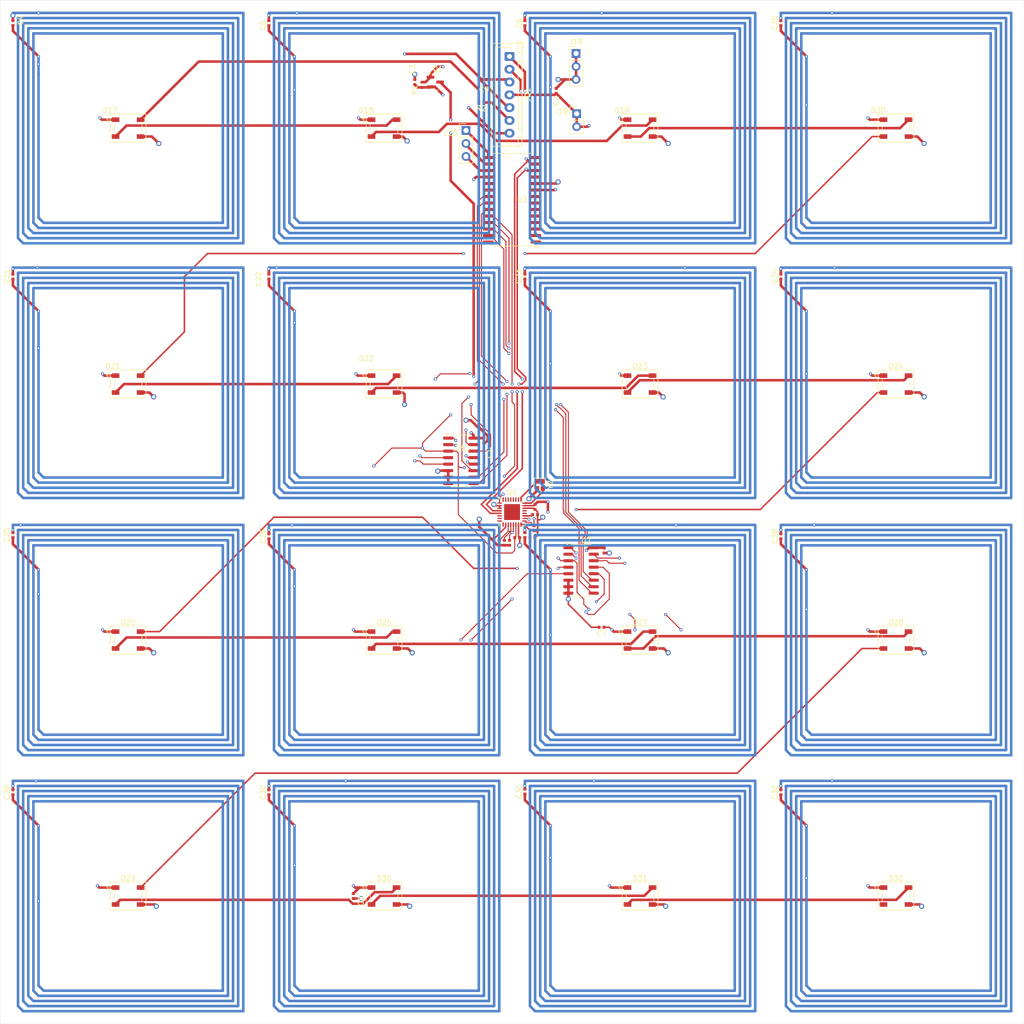
<source format=kicad_pcb>
(kicad_pcb (version 20241229) (generator "pcbnew") (generator_version "9.0")
  (layers (0 "F.Cu" signal) (4 "In1.Cu" signal) (6 "In2.Cu" signal) (2 "B.Cu" signal) (13 "F.Paste" user) (15 "B.Paste" user) (5 "F.SilkS" user "F.Silkscreen") (7 "B.SilkS" user "B.Silkscreen") (1 "F.Mask" user) (3 "B.Mask" user) (25 "Edge.Cuts" user))
  (net 0 "")
  (net 1 "+3.3V")
  (net 2 "GPIOXX")
  (net 3 "LED.DIN")
  (net 4 "Net-(D17-DIN)")
  (net 5 "SDA")
  (net 6 "SCL")
  (net 7 "CLRC663.ALIM")
  (net 10 "MCP23017.GPA3")
  (net 14 "MCP23017.A1")
  (net 15 "MCP23017.GPA0")
  (net 16 "MCP23017.GPA2")
  (net 17 "MCP23017.A0")
  (net 19 "MCP23017.GPA1")
  (net 21 "MCP23017.A2")
  (net 22 "MCP23017.GPA4")
  (net 28 "MCP23017.GPA5")
  (net 30 "MCP23017.GPA6")
  (net 31 "ANT1+")
  (net 32 "Net-(U1-XTAL2)")
  (net 37 "Net-(U1-XTAL1)")
  (net 45 "Net-(U1-TX2)")
  (net 47 "Net-(U1-VMID)")
  (net 49 "Net-(D19-DOUT)")
  (net 50 "+5V")
  (net 51 "Net-(D18-DOUT)")
  (net 52 "Net-(D17-DOUT)")
  (net 53 "Net-(D22-DOUT)")
  (net 54 "Net-(D23-DOUT)")
  (net 55 "Net-(D31-DOUT)")
  (net 57 "Net-(D30-DOUT)")
  (net 58 "Net-(D29-DOUT)")
  (net 59 "Net-(D28-DOUT)")
  (net 60 "Net-(D27-DOUT)")
  (net 61 "Net-(D26-DOUT)")
  (net 62 "Net-(D25-DOUT)")
  (net 63 "Net-(D24-DOUT)")
  (net 64 "Net-(D21-DOUT)")
  (net 65 "Net-(D20-DOUT)")
  (net 66 "GND")
  (net 67 "ANT10+")
  (footprint "Connector_PinHeader_2.54mm:PinHeader_1x02_P2.54mm_Vertical" (layer "F.Cu") (at 112.62 22.185)
    (property "Reference" "J18")
    (property "Value" "Conn_01x02" (hide yes))
  )
  (footprint "LED_SMD:LED_WS2812B_PLCC4_5.0x5.0mm_P3.2mm" (layer "F.Cu") (at 75 25)
    (property "Reference" "D18")
    (property "Value" "WS2812B")
  )
  (footprint "Capacitor_SMD:C_0402_1005Metric" (layer "F.Cu") (at 152.5 4.5 90)
    (property "Reference" "C20")
    (property "Value" "180 pF" (hide yes))
  )
  (footprint "Capacitor_SMD:C_0402_1005Metric" (layer "F.Cu") (at 152.5 54 90)
    (property "Reference" "C24")
    (property "Value" "180 pF" (hide yes))
  )
  (footprint "Capacitor_SMD:C_0402_1005Metric" (layer "F.Cu") (at 102.5 104.5 90)
    (property "Reference" "C27" (hide yes))
    (property "Value" "180 pF" (hide yes))
  )
  (footprint "Capacitor_SMD:C_0402_1005Metric" (layer "F.Cu") (at 52.5 54 90)
    (property "Reference" "C22")
    (property "Value" "180 pF" (hide yes))
  )
  (footprint "Capacitor_SMD:C_0402_1005Metric" (layer "F.Cu") (at 152.5 154.73 90)
    (property "Reference" "C32")
    (property "Value" "180 pF" (hide yes))
  )
  (footprint "Capacitor_SMD:C_0402_1005Metric" (layer "F.Cu") (at 94.52 15.5)
    (property "Reference" "C9")
    (property "Value" "100uF" (hide yes))
  )
  (footprint "Package_SO:SOIC-16_3.9x9.9mm_P1.27mm" (layer "F.Cu") (at 90 90)
    (property "Reference" "U5")
    (property "Value" "CD4051BM96")
  )
  (footprint "LED_SMD:LED_WS2812B_PLCC4_5.0x5.0mm_P3.2mm" (layer "F.Cu") (at 125 25)
    (property "Reference" "D19")
    (property "Value" "WS2812B" (hide yes))
  )
  (footprint "Capacitor_SMD:C_0402_1005Metric" (layer "F.Cu") (at 117.48 122.5 180)
    (property "Reference" "C7")
    (property "Value" "100nF" (hide yes))
  )
  (footprint "Capacitor_SMD:C_0402_1005Metric" (layer "F.Cu") (at 102.5 4.5 90)
    (property "Reference" "C6")
    (property "Value" "180 pF" (hide yes))
  )
  (footprint "LED_SMD:LED_WS2812B_PLCC4_5.0x5.0mm_P3.2mm" (layer "F.Cu") (at 25 25)
    (property "Reference" "D17")
    (property "Value" "WS2812B")
  )
  (footprint "LED_SMD:LED_WS2812B_PLCC4_5.0x5.0mm_P3.2mm" (layer "F.Cu") (at 75 175)
    (property "Reference" "D30")
    (property "Value" "WS2812B")
  )
  (footprint "Connector_PinHeader_2.54mm:PinHeader_1x03_P2.54mm_Vertical" (layer "F.Cu") (at 112.5 10.42)
    (property "Reference" "J19")
    (property "Value" "Conn_01x03" (hide yes))
  )
  (footprint "Capacitor_SMD:C_0402_1005Metric" (layer "F.Cu") (at 118 107.52 90)
    (property "Reference" "C10" (hide yes))
    (property "Value" "100nF" (hide yes))
  )
  (footprint "Resistor_SMD:R_0402_1005Metric" (layer "F.Cu") (at 94 20 180)
    (property "Reference" "R2")
    (property "Value" "330" (hide yes))
  )
  (footprint "LED_SMD:LED_WS2812B_PLCC4_5.0x5.0mm_P3.2mm" (layer "F.Cu") (at 175 25)
    (property "Reference" "D20")
    (property "Value" "WS2812B")
  )
  (footprint "LED_SMD:LED_WS2812B_PLCC4_5.0x5.0mm_P3.2mm" (layer "F.Cu") (at 125 125)
    (property "Reference" "D27")
    (property "Value" "WS2812B")
  )
  (footprint "LED_SMD:LED_WS2812B_PLCC4_5.0x5.0mm_P3.2mm" (layer "F.Cu") (at 25 175)
    (property "Reference" "D29")
    (property "Value" "WS2812B")
  )
  (footprint "Capacitor_SMD:C_0402_1005Metric" (layer "F.Cu") (at 99.5 106 90)
    (property "Reference" "C13" (hide yes))
    (property "Value" "100nF" (hide yes))
  )
  (footprint "Capacitor_SMD:C_0402_1005Metric" (layer "F.Cu") (at 52.5 4.5 90)
    (property "Reference" "C5")
    (property "Value" "180 pF" (hide yes))
  )
  (footprint "Connector_JST:JST_XH_B7B-XH-A_1x07_P2.50mm_Vertical" (layer "F.Cu") (at 99.5 11 -90)
    (property "Reference" "JQ1")
    (property "Value" "Conn_01x07_Socket")
  )
  (footprint "LED_SMD:LED_WS2812B_PLCC4_5.0x5.0mm_P3.2mm" (layer "F.Cu") (at 125 75)
    (property "Reference" "D23")
    (property "Value" "WS2812B")
  )
  (footprint "Connector_PinHeader_2.54mm:PinHeader_1x03_P2.54mm_Vertical" (layer "F.Cu") (at 91 25.46)
    (property "Reference" "J20")
    (property "Value" "Conn_01x03" (hide yes))
  )
  (footprint "Capacitor_SMD:C_0402_1005Metric" (layer "F.Cu") (at 97.5 106 90)
    (property "Reference" "C11" (hide yes))
    (property "Value" "100nF" (hide yes))
  )
  (footprint "LED_SMD:LED_WS2812B_PLCC4_5.0x5.0mm_P3.2mm" (layer "F.Cu") (at 75 75)
    (property "Reference" "D22")
    (property "Value" "WS2812B")
  )
  (footprint "LED_SMD:LED_WS2812B_PLCC4_5.0x5.0mm_P3.2mm" (layer "F.Cu") (at 75 125)
    (property "Reference" "D26")
    (property "Value" "WS2812B")
  )
  (footprint "Capacitor_SMD:C_0402_1005Metric" (layer "F.Cu") (at 152.5 104.73 90)
    (property "Reference" "C28")
    (property "Value" "180 pF" (hide yes))
  )
  (footprint "Capacitor_SMD:C_0402_1005Metric" (layer "F.Cu") (at 69 175 -90)
    (property "Reference" "C8")
    (property "Value" "100uF" (hide yes))
  )
  (footprint "Capacitor_SMD:C_0402_1005Metric" (layer "F.Cu") (at 102.5 154.6 90)
    (property "Reference" "C31")
    (property "Value" "180 pF" (hide yes))
  )
  (footprint "Capacitor_SMD:C_0402_1005Metric" (layer "F.Cu") (at 2.5 154.73 90)
    (property "Reference" "C29")
    (property "Value" "180 pF" (hide yes))
  )
  (footprint "Capacitor_SMD:C_0402_1005Metric" (layer "F.Cu") (at 81 16 -90)
    (property "Reference" "C3")
    (property "Value" "10uF" (hide yes))
  )
  (footprint "Capacitor_SMD:C_0402_1005Metric" (layer "F.Cu") (at 104.285519 103.159528 90)
    (property "Reference" "C15" (hide yes))
    (property "Value" "100nF" (hide yes))
  )
  (footprint "LED_SMD:LED_WS2812B_PLCC4_5.0x5.0mm_P3.2mm" (layer "F.Cu") (at 25 75)
    (property "Reference" "D21")
    (property "Value" "WS2812B")
  )
  (footprint "Capacitor_SMD:C_0402_1005Metric" (layer "F.Cu") (at 108.62 17.725 90)
    (property "Reference" "C2")
    (property "Value" "100nF" (hide yes))
  )
  (footprint "LED_SMD:LED_WS2812B_PLCC4_5.0x5.0mm_P3.2mm" (layer "F.Cu") (at 25 125)
    (property "Reference" "D25")
    (property "Value" "WS2812B")
  )
  (footprint "Capacitor_SMD:C_0402_1005Metric" (layer "F.Cu") (at 103.98 105 180)
    (property "Reference" "C16" (hide yes))
    (property "Value" "47pF" (hide yes))
  )
  (footprint "Package_SO:SOIC-28W_7.5x17.9mm_P1.27mm" (layer "F.Cu") (at 100 39 180)
    (property "Reference" "U3")
    (property "Value" "MCP23017_SO")
  )
  (footprint "LED_SMD:LED_WS2812B_PLCC4_5.0x5.0mm_P3.2mm" (layer "F.Cu") (at 175 75)
    (property "Reference" "D24")
    (property "Value" "WS2812B")
  )
  (footprint "LED_SMD:LED_WS2812B_PLCC4_5.0x5.0mm_P3.2mm" (layer "F.Cu") (at 125 175)
    (property "Reference" "D31")
    (property "Value" "WS2812B")
  )
  (footprint "LED_SMD:LED_WS2812B_PLCC4_5.0x5.0mm_P3.2mm" (layer "F.Cu") (at 175 175)
    (property "Reference" "D32")
    (property "Value" "WS2812B")
  )
  (footprint "Package_SO:SOIC-16_3.9x9.9mm_P1.27mm" (layer "F.Cu") (at 113.475 111.405)
    (property "Reference" "U7")
    (property "Value" "CD4051BM96")
  )
  (footprint "Capacitor_SMD:C_0402_1005Metric" (layer "F.Cu") (at 104.5 100.5 180)
    (property "Reference" "C17" (hide yes))
    (property "Value" "2.2uF" (hide yes))
  )
  (footprint "Capacitor_SMD:C_0402_1005Metric" (layer "F.Cu") (at 94.5 86.02 90)
    (property "Reference" "C1")
    (property "Value" "100nF" (hide yes))
  )
  (footprint "Capacitor_SMD:C_0402_1005Metric" (layer "F.Cu") (at 104.48 99 90)
    (property "Reference" "C14" (hide yes))
    (property "Value" "100nF" (hide yes))
  )
  (footprint "Capacitor_SMD:C_0402_1005Metric" (layer "F.Cu") (at 2.5 4.48 -90)
    (property "Reference" "C4")
    (property "Value" "180 pF" (hide yes))
  )
  (footprint "Capacitor_SMD:C_0402_1005Metric" (layer "F.Cu") (at 2.5 54.02 90)
    (property "Reference" "C21")
    (property "Value" "180 pF" (hide yes))
  )
  (footprint "Crystal:Crystal_SMD_2016-4Pin_2.0x1.6mm" (layer "F.Cu") (at 105.45 94.7 -90)
    (property "Reference" "Y2")
    (property "Value" "27.12M" (hide yes))
  )
  (footprint "Capacitor_SMD:C_0402_1005Metric" (layer "F.Cu") (at 2.5 104.5 90)
    (property "Reference" "C25")
    (property "Value" "180 pF" (hide yes))
  )
  (footprint "Capacitor_SMD:C_0402_1005Metric" (layer "F.Cu") (at 98.5 106 90)
    (property "Reference" "C12" (hide yes))
    (property "Value" "100nF" (hide yes))
  )
  (footprint "LED_SMD:LED_WS2812B_PLCC4_5.0x5.0mm_P3.2mm" (layer "F.Cu") (at 175 125)
    (property "Reference" "D28")
    (property "Value" "WS2812B")
  )
  (footprint "Package_DFN_QFN:HVQFN-32-1EP_5x5mm_P0.5mm_EP3.1x3.1mm" (layer "F.Cu") (at 100 100)
    (property "Reference" "U1")
    (property "Value" "CLRC66303HNY")
  )
  (footprint "Capacitor_SMD:C_0402_1005Metric" (layer "F.Cu") (at 101 105 180)
    (property "Reference" "C33" (hide yes))
    (property "Value" "47pF" (hide yes))
  )
  (footprint "Capacitor_SMD:C_0402_1005Metric" (layer "F.Cu") (at 52.5 154.73 90)
    (property "Reference" "C30")
    (property "Value" "180 pF" (hide yes))
  )
  (footprint "Capacitor_SMD:C_0402_1005Metric" (layer "F.Cu") (at 52.5 104.73 90)
    (property "Reference" "C26")
    (property "Value" "180 pF" (hide yes))
  )
  (footprint "Package_TO_SOT_SMD:SOT-23" (layer "F.Cu") (at 85 16)
    (property "Reference" "Q1")
    (property "Value" "BSS84" (hide yes))
  )
  (footprint "Resistor_SMD:R_0402_1005Metric" (layer "F.Cu") (at 82.4375 16.54 -90)
    (property "Reference" "R1")
    (property "Value" "10k" (hide yes))
  )
  (footprint "Capacitor_SMD:C_0402_1005Metric" (layer "F.Cu") (at 102.5 54 90)
    (property "Reference" "C23")
    (property "Value" "180 pF" (hide yes))
  )
  (gr_rect (start 0 0) (end 200 200) (stroke (width 0.05)) (fill no) (layer "Edge.Cuts"))
  (segment (start 92.475 85.555) (end 94.485 85.555) (width 0.5) (layer "F.Cu") (net 1))
  (segment (start 115.04 106.96) (end 114.5 107.5) (width 0.5) (layer "F.Cu") (net 1))
  (segment (start 82.4375 17.05) (end 83.9625 17.05) (width 0.5) (layer "F.Cu") (net 1))
  (segment (start 92.475 84.975) (end 92 84.5) (width 0.5) (layer "F.Cu") (net 1))
  (segment (start 112.62 22.185) (end 112.6 22.185) (width 0.5) (layer "F.Cu") (net 1))
  (segment (start 115.95 106.96) (end 117.92 106.96) (width 0.5) (layer "F.Cu") (net 1))
  (segment (start 115.95 106.96) (end 115.04 106.96) (width 0.5) (layer "F.Cu") (net 1))
  (segment (start 83.9625 17.05) (end 84.0625 16.95) (width 0.5) (layer "F.Cu") (net 1))
  (segment (start 84.0625 16.95) (end 84.95 16.95) (width 0.5) (layer "F.Cu") (net 1))
  (segment (start 108.405 37.095) (end 108.5 37) (width 0.5) (layer "F.Cu") (net 1))
  (segment (start 99.5 18.5) (end 108.325 18.5) (width 0.5) (layer "F.Cu") (net 1))
  (segment (start 112.62 22.185) (end 112.62 24.725) (width 0.5) (layer "F.Cu") (net 1))
  (segment (start 108.325 18.5) (end 108.62 18.205) (width 0.5) (layer "F.Cu") (net 1))
  (segment (start 117.92 106.96) (end 118 107.04) (width 0.5) (layer "F.Cu") (net 1))
  (segment (start 92.945 34.555) (end 92.5 35) (width 0.5) (layer "F.Cu") (net 1))
  (segment (start 84.95 16.95) (end 86.5 18.5) (width 0.5) (layer "F.Cu") (net 1))
  (segment (start 81.57 17.05) (end 82.4375 17.05) (width 0.5) (layer "F.Cu") (net 1))
  (segment (start 92.475 85.555) (end 92.475 84.975) (width 0.5) (layer "F.Cu") (net 1))
  (segment (start 114.775 24.725) (end 115 24.5) (width 0.5) (layer "F.Cu") (net 1))
  (segment (start 104.65 37.095) (end 108.405 37.095) (width 0.5) (layer "F.Cu") (net 1))
  (segment (start 95.35 34.555) (end 92.945 34.555) (width 0.5) (layer "F.Cu") (net 1))
  (segment (start 94.485 85.555) (end 94.5 85.54) (width 0.5) (layer "F.Cu") (net 1))
  (segment (start 112.62 24.725) (end 114.775 24.725) (width 0.5) (layer "F.Cu") (net 1))
  (segment (start 112.6 22.185) (end 108.62 18.205) (width 0.5) (layer "F.Cu") (net 1))
  (segment (start 81 16.48) (end 81.57 17.05) (width 0.5) (layer "F.Cu") (net 1))
  (via (at 92.5 35) (size 0.6) (drill 0.3) (layers "F.Cu" "B.Cu") (net 1))
  (via (at 114.5 107.5) (size 0.6) (drill 0.3) (layers "F.Cu" "B.Cu") (net 1))
  (via (at 86.5 18.5) (size 0.6) (drill 0.3) (layers "F.Cu" "B.Cu") (net 1))
  (via (at 108.5 37) (size 0.6) (drill 0.3) (layers "F.Cu" "B.Cu") (net 1))
  (via (at 92 84.5) (size 0.6) (drill 0.3) (layers "F.Cu" "B.Cu") (net 1))
  (via (at 115 24.5) (size 0.6) (drill 0.3) (layers "F.Cu" "B.Cu") (net 1))
  (segment (start 96.5 26) (end 91.5 21) (width 0.5) (layer "F.Cu") (net 2))
  (segment (start 84.0625 14.4375) (end 84.0625 15.05) (width 0.5) (layer "F.Cu") (net 2))
  (segment (start 86.5 13) (end 85.5 13) (width 0.5) (layer "F.Cu") (net 2))
  (segment (start 99.5 26) (end 96.5 26) (width 0.5) (layer "F.Cu") (net 2))
  (segment (start 83.0825 16.03) (end 84.0625 15.05) (width 0.5) (layer "F.Cu") (net 2))
  (segment (start 82.4375 16.03) (end 83.0825 16.03) (width 0.5) (layer "F.Cu") (net 2))
  (segment (start 85.5 13) (end 84.0625 14.4375) (width 0.5) (layer "F.Cu") (net 2))
  (via (at 91.5 21) (size 0.6) (drill 0.3) (layers "F.Cu" "B.Cu") (net 2))
  (via (at 86.5 13) (size 0.6) (drill 0.3) (layers "F.Cu" "B.Cu") (net 2))
  (segment (start 96 20) (end 99.5 23.5) (width 0.5) (layer "F.Cu") (net 3))
  (segment (start 94.51 20) (end 96 20) (width 0.5) (layer "F.Cu") (net 3))
  (segment (start 93.49 17.49) (end 93.49 20) (width 0.5) (layer "F.Cu") (net 4))
  (segment (start 38.8 12) (end 88 12) (width 0.5) (layer "F.Cu") (net 4))
  (segment (start 27.45 23.35) (end 38.8 12) (width 0.5) (layer "F.Cu") (net 4))
  (segment (start 88 12) (end 93.49 17.49) (width 0.5) (layer "F.Cu") (net 4))
  (segment (start 97.5625 99.75) (end 96.25 99.75) (width 0.3) (layer "F.Cu") (net 5))
  (segment (start 100.5 72.5) (end 100.5 34) (width 0.3) (layer "F.Cu") (net 5))
  (segment (start 102 77.5) (end 102 76.5) (width 0.3) (layer "F.Cu") (net 5))
  (segment (start 99.5 11) (end 102.5 14) (width 0.5) (layer "F.Cu") (net 5))
  (segment (start 102 91.5) (end 102 77.5) (width 0.3) (layer "F.Cu") (net 5))
  (segment (start 102 74) (end 100.5 72.5) (width 0.3) (layer "F.Cu") (net 5))
  (segment (start 103.125 31.375) (end 103.765 32.015) (width 0.5) (layer "F.Cu") (net 5))
  (segment (start 102.5 14) (end 102.5 17.75) (width 0.5) (layer "F.Cu") (net 5))
  (segment (start 96.25 99.75) (end 95 98.5) (width 0.3) (layer "F.Cu") (net 5))
  (segment (start 103.765 32.015) (end 104.65 32.015) (width 0.5) (layer "F.Cu") (net 5))
  (segment (start 95 98.5) (end 102 91.5) (width 0.3) (layer "F.Cu") (net 5))
  (segment (start 102.75 31) (end 103.125 31.375) (width 0.5) (layer "F.Cu") (net 5))
  (segment (start 100.5 34) (end 103.125 31.375) (width 0.3) (layer "F.Cu") (net 5))
  (via (at 102.75 31) (size 0.6) (drill 0.3) (layers "F.Cu" "B.Cu") (net 5))
  (via (at 102 76.5) (size 0.6) (drill 0.3) (layers "F.Cu" "B.Cu") (net 5))
  (via (at 102 74) (size 0.6) (drill 0.3) (layers "F.Cu" "B.Cu") (net 5))
  (via (at 102.5 17.75) (size 0.6) (drill 0.3) (layers "F.Cu" "B.Cu") (net 5))
  (segment (start 102.651 73.651) (end 101 72) (width 0.3) (layer "F.Cu") (net 6))
  (segment (start 102.651 74.269654) (end 102.651 73.651) (width 0.3) (layer "F.Cu") (net 6))
  (segment (start 102.75 33) (end 103.035 33.285) (width 0.5) (layer "F.Cu") (net 6))
  (segment (start 101.699997 15.699997) (end 101.699997 17.75) (width 0.5) (layer "F.Cu") (net 6))
  (segment (start 94 98.5) (end 101 91.5) (width 0.3) (layer "F.Cu") (net 6))
  (segment (start 97.5625 100.25) (end 95.75 100.25) (width 0.3) (layer "F.Cu") (net 6))
  (segment (start 101 34.75) (end 102.75 33) (width 0.3) (layer "F.Cu") (net 6))
  (segment (start 101 72) (end 101 34.75) (width 0.3) (layer "F.Cu") (net 6))
  (segment (start 99.5 13.5) (end 101.699997 15.699997) (width 0.5) (layer "F.Cu") (net 6))
  (segment (start 95.75 100.25) (end 94 98.5) (width 0.3) (layer "F.Cu") (net 6))
  (segment (start 101.35 74.999) (end 101.921654 74.999) (width 0.3) (layer "F.Cu") (net 6))
  (segment (start 101 91.5) (end 101 76.5) (width 0.3) (layer "F.Cu") (net 6))
  (segment (start 103.035 33.285) (end 104.65 33.285) (width 0.5) (layer "F.Cu") (net 6))
  (segment (start 101.921654 74.999) (end 102.651 74.269654) (width 0.3) (layer "F.Cu") (net 6))
  (via (at 101.699997 17.75) (size 0.6) (drill 0.3) (layers "F.Cu" "B.Cu") (net 6))
  (via (at 101.35 74.999) (size 0.6) (drill 0.3) (layers "F.Cu" "B.Cu") (net 6))
  (via (at 102.75 33) (size 0.6) (drill 0.3) (layers "F.Cu" "B.Cu") (net 6))
  (via (at 101 76.5) (size 0.6) (drill 0.3) (layers "F.Cu" "B.Cu") (net 6))
  (segment (start 107 98) (end 105 98) (width 0.5) (layer "F.Cu") (net 7))
  (segment (start 88 35.271669) (end 92.5 39.771669) (width 0.5) (layer "F.Cu") (net 7))
  (segment (start 104.285519 102.679528) (end 104.285519 101.332865) (width 0.2) (layer "F.Cu") (net 7))
  (segment (start 102.4375 101.75) (end 102.6875 102) (width 0.2) (layer "F.Cu") (net 7))
  (segment (start 99.5 104.5) (end 99.5 105.52) (width 0.2) (layer "F.Cu") (net 7))
  (segment (start 99.75 103.75) (end 100 104) (width 0.2) (layer "F.Cu") (net 7))
  (segment (start 104.25 98.75) (end 104.48 98.52) (width 0.3) (layer "F.Cu") (net 7))
  (segment (start 105 98) (end 104.48 98.52) (width 0.5) (layer "F.Cu") (net 7))
  (segment (start 99.25 103.77) (end 99.73 103.77) (width 0.2) (layer "F.Cu") (net 7))
  (segment (start 103.605991 102) (end 104.285519 102.679528) (width 0.2) (layer "F.Cu") (net 7))
  (segment (start 99.25 102.4375) (end 99.25 103.77) (width 0.2) (layer "F.Cu") (net 7))
  (segment (start 92.5 39.771669) (end 92.5 73.5) (width 0.5) (layer "F.Cu") (net 7))
  (segment (start 102.4375 98.75) (end 104.25 98.75) (width 0.3) (layer "F.Cu") (net 7))
  (segment (start 98.5 105) (end 98.5 105.52) (width 0.2) (layer "F.Cu") (net 7))
  (segment (start 99.75 102.4375) (end 99.75 103.75) (width 0.2) (layer "F.Cu") (net 7))
  (segment (start 85.9375 16) (end 88 18.0625) (width 0.5) (layer "F.Cu") (net 7))
  (segment (start 99.25 103.77) (end 97.5 105.52) (width 0.2) (layer "F.Cu") (net 7))
  (segment (start 102.6875 102) (end 103.605991 102) (width 0.2) (layer "F.Cu") (net 7))
  (segment (start 88 19.299) (end 88 23.409) (width 0.5) (layer "F.Cu") (net 7))
  (segment (start 104.285519 101.332865) (end 104.33 101.288384) (width 0.2) (layer "F.Cu") (net 7))
  (segment (start 100.25 102.4375) (end 100.25 103.75) (width 0.2) (layer "F.Cu") (net 7))
  (segment (start 100.25 103.75) (end 100 104) (width 0.2) (layer "F.Cu") (net 7))
  (segment (start 99.73 103.77) (end 99.75 103.75) (width 0.2) (layer "F.Cu") (net 7))
  (segment (start 88 26) (end 88 35.271669) (width 0.5) (layer "F.Cu") (net 7))
  (segment (start 100 104) (end 99.5 104.5) (width 0.2) (layer "F.Cu") (net 7))
  (segment (start 99.75 103.75) (end 98.5 105) (width 0.2) (layer "F.Cu") (net 7))
  (segment (start 88 18.0625) (end 88 19.299) (width 0.5) (layer "F.Cu") (net 7))
  (segment (start 107 98) (end 107 100) (width 0.5) (layer "F.Cu") (net 7))
  (segment (start 104.285519 102.679528) (end 104.285519 102.349528) (width 0.2) (layer "F.Cu") (net 7))
  (via (at 88 26) (size 0.6) (drill 0.3) (layers "F.Cu" "B.Cu") (net 7))
  (via (at 107 100) (size 0.6) (drill 0.3) (layers "F.Cu" "B.Cu") (net 7))
  (via (at 100 104) (size 0.6) (drill 0.3) (layers "F.Cu" "B.Cu") (net 7))
  (via (at 104.33 101.288384) (size 0.6) (drill 0.3) (layers "F.Cu" "B.Cu") (net 7))
  (via (at 107 98) (size 0.6) (drill 0.3) (layers "F.Cu" "B.Cu") (net 7))
  (via (at 88 23.409) (size 0.6) (drill 0.3) (layers "F.Cu" "B.Cu") (net 7))
  (via (at 92.5 73.5) (size 0.6) (drill 0.3) (layers "F.Cu" "B.Cu") (net 7))
  (segment (start 98.25 96.5) (end 97.5625 97.1875) (width 0.2) (layer "F.Cu") (net 10))
  (segment (start 100 74.999) (end 100 45.800001) (width 0.2) (layer "F.Cu") (net 10))
  (segment (start 97.5625 97.1875) (end 97.5625 98.25) (width 0.2) (layer "F.Cu") (net 10))
  (segment (start 100.5 79) (end 100.5 91) (width 0.2) (layer "F.Cu") (net 10))
  (segment (start 100 78.5) (end 100.5 79) (width 0.2) (layer "F.Cu") (net 10))
  (segment (start 100 45.800001) (end 96.374999 42.175) (width 0.2) (layer "F.Cu") (net 10))
  (segment (start 100 76.5) (end 100 78.5) (width 0.2) (layer "F.Cu") (net 10))
  (segment (start 100.5 91) (end 98.5 93) (width 0.2) (layer "F.Cu") (net 10))
  (segment (start 96.374999 42.175) (end 95.35 42.175) (width 0.2) (layer "F.Cu") (net 10))
  (via (at 98.5 93) (size 0.6) (drill 0.3) (layers "F.Cu" "B.Cu") (net 10))
  (via (at 100 76.5) (size 0.6) (drill 0.3) (layers "F.Cu" "B.Cu") (net 10))
  (via (at 98.25 96.5) (size 0.6) (drill 0.3) (layers "F.Cu" "B.Cu") (net 10))
  (via (at 100 74.999) (size 0.6) (drill 0.3) (layers "F.Cu" "B.Cu") (net 10))
  (segment (start 91 28) (end 91 28.2741) (width 0.5) (layer "F.Cu") (net 14))
  (segment (start 91 28.2741) (end 94.7409 32.015) (width 0.5) (layer "F.Cu") (net 14))
  (segment (start 94.7409 32.015) (end 95.35 32.015) (width 0.5) (layer "F.Cu") (net 14))
  (segment (start 90.199 89.975968) (end 92.128032 91.905) (width 0.2) (layer "F.Cu") (net 15))
  (segment (start 94.325001 38.365) (end 93.5 39.190001) (width 0.2) (layer "F.Cu") (net 15))
  (segment (start 90.199 78.801) (end 90.199 89.975968) (width 0.2) (layer "F.Cu") (net 15))
  (segment (start 93.222 70.2059) (end 93.222 70.5381) (width 0.2) (layer "F.Cu") (net 15))
  (segment (start 91.5 77.5) (end 90.199 78.801) (width 0.2) (layer "F.Cu") (net 15))
  (segment (start 93.5 74.249) (end 92.75 74.999) (width 0.2) (layer "F.Cu") (net 15))
  (segment (start 93.4569 39.936001) (end 93.222 40.170901) (width 0.2) (layer "F.Cu") (net 15))
  (segment (start 93.222 40.170901) (end 93.222 40.503101) (width 0.2) (layer "F.Cu") (net 15))
  (segment (start 93.222 70.5381) (end 93.4569 70.773) (width 0.2) (layer "F.Cu") (net 15))
  (segment (start 93.4569 70.773) (end 93.5 70.8161) (width 0.2) (layer "F.Cu") (net 15))
  (segment (start 93.5 39.190001) (end 93.5 39.892901) (width 0.2) (layer "F.Cu") (net 15))
  (segment (start 95.35 38.365) (end 94.325001 38.365) (width 0.2) (layer "F.Cu") (net 15))
  (segment (start 93.5 70.8161) (end 93.5 74.249) (width 0.2) (layer "F.Cu") (net 15))
  (segment (start 93.222 40.503101) (end 93.222 70.2059) (width 0.2) (layer "F.Cu") (net 15))
  (segment (start 93.5 39.892901) (end 93.4569 39.936001) (width 0.2) (layer "F.Cu") (net 15))
  (segment (start 92.128032 91.905) (end 92.475 91.905) (width 0.2) (layer "F.Cu") (net 15))
  (via (at 92.75 74.999) (size 0.6) (drill 0.3) (layers "F.Cu" "B.Cu") (net 15))
  (via (at 91.5 77.5) (size 0.6) (drill 0.3) (layers "F.Cu" "B.Cu") (net 15))
  (segment (start 95.35 40.905) (end 94.953032 40.905) (width 0.2) (layer "F.Cu") (net 16))
  (segment (start 94.953032 40.905) (end 94.024 41.834032) (width 0.2) (layer "F.Cu") (net 16))
  (segment (start 93.449999 94.445) (end 92.475 94.445) (width 0.2) (layer "F.Cu") (net 16))
  (segment (start 99 77) (end 99 88.894999) (width 0.2) (layer "F.Cu") (net 16))
  (segment (start 99 88.894999) (end 93.449999 94.445) (width 0.2) (layer "F.Cu") (net 16))
  (segment (start 94.024 69.524) (end 99 74.5) (width 0.2) (layer "F.Cu") (net 16))
  (segment (start 94.024 41.834032) (end 94.024 69.524) (width 0.2) (layer "F.Cu") (net 16))
  (via (at 99 77) (size 0.6) (drill 0.3) (layers "F.Cu" "B.Cu") (net 16))
  (via (at 99 74.5) (size 0.6) (drill 0.3) (layers "F.Cu" "B.Cu") (net 16))
  (segment (start 91 25.46) (end 95.35 29.81) (width 0.5) (layer "F.Cu") (net 17))
  (segment (start 95.35 29.81) (end 95.35 30.745) (width 0.5) (layer "F.Cu") (net 17))
  (segment (start 95.35 39.635) (end 94.325001 39.635) (width 0.2) (layer "F.Cu") (net 19))
  (segment (start 93.623 40.337001) (end 93.623 70.372) (width 0.2) (layer "F.Cu") (net 19))
  (segment (start 98.4 88.224999) (end 93.449999 93.175) (width 0.2) (layer "F.Cu") (net 19))
  (segment (start 94.325001 39.635) (end 93.623 40.337001) (width 0.2) (layer "F.Cu") (net 19))
  (segment (start 98.4 78) (end 98.4 88.224999) (width 0.2) (layer "F.Cu") (net 19))
  (segment (start 93.623 70.372) (end 98.25 74.999) (width 0.2) (layer "F.Cu") (net 19))
  (segment (start 93.449999 93.175) (end 92.475 93.175) (width 0.2) (layer "F.Cu") (net 19))
  (via (at 98.4 78) (size 0.6) (drill 0.3) (layers "F.Cu" "B.Cu") (net 19))
  (via (at 98.25 74.999) (size 0.6) (drill 0.3) (layers "F.Cu" "B.Cu") (net 19))
  (segment (start 91 30.54) (end 93.745 33.285) (width 0.5) (layer "F.Cu") (net 21))
  (segment (start 93.745 33.285) (end 95.35 33.285) (width 0.5) (layer "F.Cu") (net 21))
  (segment (start 109.5 79) (end 111 80.5) (width 0.2) (layer "F.Cu") (net 22))
  (segment (start 99.4 46.470001) (end 96.374999 43.445) (width 0.2) (layer "F.Cu") (net 22))
  (segment (start 99.4 67) (end 99.4 46.470001) (width 0.2) (layer "F.Cu") (net 22))
  (segment (start 114.674 103.674) (end 114.674 104.788132) (width 0.2) (layer "F.Cu") (net 22))
  (segment (start 96.374999 43.445) (end 95.35 43.445) (width 0.2) (layer "F.Cu") (net 22))
  (segment (start 113.899 105.563132) (end 113.899 111.605968) (width 0.2) (layer "F.Cu") (net 22))
  (segment (start 113.899 111.605968) (end 115.603032 113.31) (width 0.2) (layer "F.Cu") (net 22))
  (segment (start 114.674 104.788132) (end 113.899 105.563132) (width 0.2) (layer "F.Cu") (net 22))
  (segment (start 111 100) (end 114.674 103.674) (width 0.2) (layer "F.Cu") (net 22))
  (segment (start 111 80.5) (end 111 100) (width 0.2) (layer "F.Cu") (net 22))
  (segment (start 115.603032 113.31) (end 115.95 113.31) (width 0.2) (layer "F.Cu") (net 22))
  (via (at 99.4 67) (size 0.6) (drill 0.3) (layers "F.Cu" "B.Cu") (net 22))
  (via (at 109.5 79) (size 0.6) (drill 0.3) (layers "F.Cu" "B.Cu") (net 22))
  (segment (start 98.799 47.139001) (end 98.799 67.399) (width 0.2) (layer "F.Cu") (net 28))
  (segment (start 110.5 100.0671) (end 114.273 103.8401) (width 0.2) (layer "F.Cu") (net 28))
  (segment (start 109.251057 79.601) (end 109.300997 79.601) (width 0.2) (layer "F.Cu") (net 28))
  (segment (start 113.498 112.474968) (end 115.603032 114.58) (width 0.2) (layer "F.Cu") (net 28))
  (segment (start 115.603032 114.58) (end 115.95 114.58) (width 0.2) (layer "F.Cu") (net 28))
  (segment (start 113.498 105.397032) (end 113.498 112.474968) (width 0.2) (layer "F.Cu") (net 28))
  (segment (start 98.799 67.399) (end 99.4 68) (width 0.2) (layer "F.Cu") (net 28))
  (segment (start 110.5 80.800003) (end 110.5 100.0671) (width 0.2) (layer "F.Cu") (net 28))
  (segment (start 108.899 79.248943) (end 109.251057 79.601) (width 0.2) (layer "F.Cu") (net 28))
  (segment (start 109.300997 79.601) (end 110.5 80.800003) (width 0.2) (layer "F.Cu") (net 28))
  (segment (start 108.899 79.199003) (end 108.899 79.248943) (width 0.2) (layer "F.Cu") (net 28))
  (segment (start 95.35 44.715) (end 96.374999 44.715) (width 0.2) (layer "F.Cu") (net 28))
  (segment (start 96.374999 44.715) (end 98.799 47.139001) (width 0.2) (layer "F.Cu") (net 28))
  (segment (start 114.273 104.622032) (end 113.498 105.397032) (width 0.2) (layer "F.Cu") (net 28))
  (segment (start 114.273 103.8401) (end 114.273 104.622032) (width 0.2) (layer "F.Cu") (net 28))
  (segment (start 108.699997 79) (end 108.899 79.199003) (width 0.2) (layer "F.Cu") (net 28))
  (segment (start 114.975001 114.58) (end 115.95 114.58) (width 0.2) (layer "F.Cu") (net 28))
  (via (at 108.699997 79) (size 0.6) (drill 0.3) (layers "F.Cu" "B.Cu") (net 28))
  (via (at 99.4 68) (size 0.6) (drill 0.3) (layers "F.Cu" "B.Cu") (net 28))
  (segment (start 115.603032 115.85) (end 115.95 115.85) (width 0.2) (layer "F.Cu") (net 30))
  (segment (start 98.398 67.998) (end 99.4 69) (width 0.2) (layer "F.Cu") (net 30))
  (segment (start 113.097 103.2312) (end 113.097 105.230932) (width 0.2) (layer "F.Cu") (net 30))
  (segment (start 114.934032 115.181) (end 115.603032 115.85) (width 0.2) (layer "F.Cu") (net 30))
  (segment (start 113.097 105.230932) (end 113.097 105.563132) (width 0.2) (layer "F.Cu") (net 30))
  (segment (start 114.674 114.920968) (end 114.934032 115.181) (width 0.2) (layer "F.Cu") (net 30))
  (segment (start 110.3339 100.4681) (end 113.097 103.2312) (width 0.2) (layer "F.Cu") (net 30))
  (segment (start 113.097 112.641068) (end 113.097 113.343968) (width 0.2) (layer "F.Cu") (net 30))
  (segment (start 110.099 100.2332) (end 110.3339 100.4681) (width 0.2) (layer "F.Cu") (net 30))
  (segment (start 110 99.5) (end 110.099 99.599) (width 0.2) (layer "F.Cu") (net 30))
  (segment (start 113.097 105.563132) (end 113.097 112.308868) (width 0.2) (layer "F.Cu") (net 30))
  (segment (start 110.099 99.901) (end 110.099 100.2332) (width 0.2) (layer "F.Cu") (net 30))
  (segment (start 113.097 113.343968) (end 114.674 114.920968) (width 0.2) (layer "F.Cu") (net 30))
  (segment (start 113.097 112.308868) (end 113.097 112.641068) (width 0.2) (layer "F.Cu") (net 30))
  (segment (start 95.746968 45.985) (end 98.398 48.636032) (width 0.2) (layer "F.Cu") (net 30))
  (segment (start 98.398 48.636032) (end 98.398 67.998) (width 0.2) (layer "F.Cu") (net 30))
  (segment (start 110.099 99.599) (end 110.099 99.901) (width 0.2) (layer "F.Cu") (net 30))
  (segment (start 95.35 45.985) (end 95.746968 45.985) (width 0.2) (layer "F.Cu") (net 30))
  (segment (start 108.5 80) (end 110 81.5) (width 0.2) (layer "F.Cu") (net 30))
  (segment (start 110 81.5) (end 110 99.5) (width 0.2) (layer "F.Cu") (net 30))
  (via (at 99.4 69) (size 0.6) (drill 0.3) (layers "F.Cu" "B.Cu") (net 30))
  (via (at 108.5 80) (size 0.6) (drill 0.3) (layers "F.Cu" "B.Cu") (net 30))
  (segment (start 87.5 85.53) (end 87.525 85.555) (width 0.5) (layer "F.Cu") (net 31))
  (segment (start 88.555 85.555) (end 89 86) (width 0.2) (layer "F.Cu") (net 31))
  (segment (start 91.500001 86.825) (end 92.475 86.825) (width 0.2) (layer "F.Cu") (net 31))
  (segment (start 89.5 91) (end 89.5 100.5) (width 0.2) (layer "F.Cu") (net 31))
  (segment (start 157.5 60.75) (end 152.5 55.75) (width 0.5) (layer "F.Cu") (net 31))
  (segment (start 100 108) (end 100.52 107.48) (width 0.2) (layer "F.Cu") (net 31))
  (segment (start 102.5 55.75) (end 102.5 54.71) (width 0.5) (layer "F.Cu") (net 31))
  (segment (start 2.5 55.75) (end 2.5 54.71) (width 0.5) (layer "F.Cu") (net 31))
  (segment (start 95.812 87.188) (end 94.905 88.095) (width 0.2) (layer "F.Cu") (net 31))
  (segment (start 81 90) (end 82 90) (width 0.2) (layer "F.Cu") (net 31))
  (segment (start 100.75 104.77) (end 100.52 105) (width 0.2) (layer "F.Cu") (net 31))
  (segment (start 7.5 11) (end 2.5 6) (width 0.5) (layer "F.Cu") (net 31))
  (segment (start 57.5 60.75) (end 52.5 55.75) (width 0.5) (layer "F.Cu") (net 31))
  (segment (start 102.5 52.5) (end 102.5 53.52) (width 0.5) (layer "F.Cu") (net 31))
  (segment (start 92.475 89.365) (end 91.365 89.365) (width 0.2) (layer "F.Cu") (net 31))
  (segment (start 92 81) (end 95.812 84.812) (width 0.2) (layer "F.Cu") (net 31))
  (segment (start 87.525 88.095) (end 89.095 88.095) (width 0.2) (layer "F.Cu") (net 31))
  (segment (start 87.525 89.365) (end 82.365 89.365) (width 0.2) (layer "F.Cu") (net 31))
  (segment (start 82 90) (end 82.635 90.635) (width 0.2) (layer "F.Cu") (net 31))
  (segment (start 152.5 55.75) (end 152.5 54.71) (width 0.5) (layer "F.Cu") (net 31))
  (segment (start 152.5 6) (end 152.5 4.96) (width 0.5) (layer "F.Cu") (net 31))
  (segment (start 90.687251 91.312749) (end 89.812749 91.312749) (width 0.2) (layer "F.Cu") (net 31))
  (segment (start 82.365 89.365) (end 82 89) (width 0.2) (layer "F.Cu") (net 31))
  (segment (start 86 73) (end 85 74) (width 0.2) (layer "F.Cu") (net 31))
  (segment (start 87.525 86.825) (end 88.825 86.825) (width 0.2) (layer "F.Cu") (net 31))
  (segment (start 97 108) (end 100 108) (width 0.2) (layer "F.Cu") (net 31))
  (segment (start 89.095 88.095) (end 89.5 88.5) (width 0.2) (layer "F.Cu") (net 31))
  (segment (start 91.706562 90.635) (end 91.285781 90.214219) (width 0.2) (layer "F.Cu") (net 31))
  (segment (start 152.5 4.02) (end 152.5 3.5) (width 0.5) (layer "F.Cu") (net 31))
  (segment (start 89.5 100.5) (end 97 108) (width 0.2) (layer "F.Cu") (net 31))
  (segment (start 52.5 3) (end 52.5 4.02) (width 0.5) (layer "F.Cu") (net 31))
  (segment (start 82.5 87.5) (end 82.5 86.5) (width 0.2) (layer "F.Cu") (net 31))
  (segment (start 91 84) (end 91 86.324999) (width 0.2) (layer "F.Cu") (net 31))
  (segment (start 85 84) (end 88 81) (width 0.2) (layer "F.Cu") (net 31))
  (segment (start 102.5 6) (end 102.5 4.96) (width 0.5) (layer "F.Cu") (net 31))
  (segment (start 82.5 87.5) (end 76.5 87.5) (width 0.2) (layer "F.Cu") (net 31))
  (segment (start 82.5 86.5) (end 85 84) (width 0.2) (layer "F.Cu") (net 31))
  (segment (start 52.5 55.75) (end 52.5 54.71) (width 0.5) (layer "F.Cu") (net 31))
  (segment (start 107.5 11) (end 102.5 6) (width 0.5) (layer "F.Cu") (net 31))
  (segment (start 92.475 90.635) (end 91.706562 90.635) (width 0.2) (layer "F.Cu") (net 31))
  (segment (start 83.095 88.095) (end 87.525 88.095) (width 0.2) (layer "F.Cu") (net 31))
  (segment (start 76.5 87.5) (end 73 91) (width 0.2) (layer "F.Cu") (net 31))
  (segment (start 95.812 84.812) (end 95.812 87.188) (width 0.2) (layer "F.Cu") (net 31))
  (segment (start 87.525 85.555) (end 88.555 85.555) (width 0.2) (layer "F.Cu") (net 31))
  (segment (start 100.75 102.4375) (end 100.75 104.77) (width 0.2) (layer "F.Cu") (net 31))
  (segment (start 100.52 107.48) (end 100.52 105) (width 0.2) (layer "F.Cu") (net 31))
  (segment (start 89.812749 91.312749) (end 89.5 91) (width 0.2) (layer "F.Cu") (net 31))
  (segment (start 52.5 52.5) (end 52.5 53.52) (width 0.5) (layer "F.Cu") (net 31))
  (segment (start 91.684313 73) (end 86 73) (width 0.2) (layer "F.Cu") (net 31))
  (segment (start 2.5 6) (end 2.5 4.96) (width 0.5) (layer "F.Cu") (net 31))
  (segment (start 7.5 60.75) (end 2.5 55.75) (width 0.5) (layer "F.Cu") (net 31))
  (segment (start 94.905 88.095) (end 92.475 88.095) (width 0.2) (layer "F.Cu") (net 31))
  (segment (start 91.75 72.934313) (end 91.684313 73) (width 0.2) (layer "F.Cu") (net 31))
  (segment (start 102.5 3) (end 102.5 4.02) (width 0.5) (layer "F.Cu") (net 31))
  (segment (start 157.5 11) (end 152.5 6) (width 0.5) (layer "F.Cu") (net 31))
  (segment (start 152.5 52.5) (end 152.5 53.52) (width 0.5) (layer "F.Cu") (net 31))
  (segment (start 89.5 88.5) (end 89.5 91) (width 0.2) (layer "F.Cu") (net 31))
  (segment (start 82.635 90.635) (end 87.525 90.635) (width 0.2) (layer "F.Cu") (net 31))
  (segment (start 88.825 86.825) (end 89 87) (width 0.2) (layer "F.Cu") (net 31))
  (segment (start 92 79) (end 92 81) (width 0.2) (layer "F.Cu") (net 31))
  (segment (start 91 86.324999) (end 91.500001 86.825) (width 0.2) (layer "F.Cu") (net 31))
  (segment (start 82.5 87.5) (end 83.095 88.095) (width 0.2) (layer "F.Cu") (net 31))
  (segment (start 107.5 60.75) (end 102.5 55.75) (width 0.5) (layer "F.Cu") (net 31))
  (segment (start 91.365 89.365) (end 91 89) (width 0.2) (layer "F.Cu") (net 31))
  (segment (start 52.5 6) (end 52.5 4.96) (width 0.5) (layer "F.Cu") (net 31))
  (segment (start 2.5 52.5) (end 2.5 53.54) (width 0.5) (layer "F.Cu") (net 31))
  (segment (start 2.5 3) (end 2.5 4) (width 0.5) (layer "F.Cu") (net 31))
  (segment (start 57.5 11) (end 52.5 6) (width 0.5) (layer "F.Cu") (net 31))
  (via (at 133.75 52.25) (size 0.6) (drill 0.3) (layers "F.Cu" "B.Cu") (net 31))
  (via (at 157.5 11) (size 0.6) (drill 0.3) (layers "F.Cu" "B.Cu") (net 31))
  (via (at 57.5 17.5) (size 0.6) (drill 0.3) (layers "F.Cu" "B.Cu") (net 31))
  (via (at 7.5 11) (size 0.6) (drill 0.3) (layers "F.Cu" "B.Cu") (net 31))
  (via (at 81 90) (size 0.6) (drill 0.3) (layers "F.Cu" "B.Cu") (net 31))
  (via (at 2.5 3) (size 1) (drill 0.6) (layers "F.Cu" "B.Cu") (net 31))
  (via (at 157.5 60.75) (size 0.6) (drill 0.3) (layers "F.Cu" "B.Cu") (net 31))
  (via (at 157.5 20.5) (size 0.6) (drill 0.3) (layers "F.Cu" "B.Cu") (net 31))
  (via (at 88 81) (size 0.6) (drill 0.3) (layers "F.Cu" "B.Cu") (net 31))
  (via (at 82.5 87.5) (size 0.6) (drill 0.3) (layers "F.Cu" "B.Cu") (net 31))
  (via (at 73 91) (size 0.6) (drill 0.3) (layers "F.Cu" "B.Cu") (net 31))
  (via (at 89 86) (size 0.6) (drill 0.3) (layers "F.Cu" "B.Cu") (net 31))
  (via (at 152.5 3.5) (size 0.6) (drill 0.3) (layers "F.Cu" "B.Cu") (net 31))
  (via (at 7.25 52.25) (size 0.6) (drill 0.3) (layers "F.Cu" "B.Cu") (net 31))
  (via (at 54 52.25) (size 0.6) (drill 0.3) (layers "F.Cu" "B.Cu") (net 31))
  (via (at 57.5 11) (size 0.6) (drill 0.3) (layers "F.Cu" "B.Cu") (net 31))
  (via (at 163 52.25) (size 0.6) (drill 0.3) (layers "F.Cu" "B.Cu") (net 31))
  (via (at 107.5 17) (size 0.6) (drill 0.3) (layers "F.Cu" "B.Cu") (net 31))
  (via (at 58 2.5) (size 0.6) (drill 0.3) (layers "F.Cu" "B.Cu") (net 31))
  (via (at 107.5 60.75) (size 0.6) (drill 0.3) (layers "F.Cu" "B.Cu") (net 31))
  (via (at 117.5 2.5) (size 0.6) (drill 0.3) (layers "F.Cu" "B.Cu") (net 31))
  (via (at 91.285781 90.214219) (size 0.6) (drill 0.3) (layers "F.Cu" "B.Cu") (net 31))
  (via (at 91.75 72.934313) (size 0.6) (drill 0.3) (layers "F.Cu" "B.Cu") (net 31))
  (via (at 57.5 63) (size 0.6) (drill 0.3) (layers "F.Cu" "B.Cu") (net 31))
  (via (at 82 89) (size 0.6) (drill 0.3) (layers "F.Cu" "B.Cu") (net 31))
  (via (at 91 89) (size 0.6) (drill 0.3) (layers "F.Cu" "B.Cu") (net 31))
  (via (at 91 84) (size 0.6) (drill 0.3) (layers "F.Cu" "B.Cu") (net 31))
  (via (at 102.5 3) (size 0.6) (drill 0.3) (layers "F.Cu" "B.Cu") (net 31))
  (via (at 152.5 52.5) (size 0.6) (drill 0.3) (layers "F.Cu" "B.Cu") (net 31))
  (via (at 7.5 12.5) (size 0.6) (drill 0.3) (layers "F.Cu" "B.Cu") (net 31))
  (via (at 107.5 71) (size 0.6) (drill 0.3) (layers "F.Cu" "B.Cu") (net 31))
  (via (at 157.5 73) (size 0.6) (drill 0.3) (layers "F.Cu" "B.Cu") (net 31))
  (via (at 85 74) (size 0.6) (drill 0.3) (layers "F.Cu" "B.Cu") (net 31))
  (via (at 7.5 2.5) (size 0.6) (drill 0.3) (layers "F.Cu" "B.Cu") (net 31))
  (via (at 52.5 52.5) (size 0.6) (drill 0.3) (layers "F.Cu" "B.Cu") (net 31))
  (via (at 7.5 68) (size 0.6) (drill 0.3) (layers "F.Cu" "B.Cu") (net 31))
  (via (at 57.5 60.75) (size 0.6) (drill 0.3) (layers "F.Cu" "B.Cu") (net 31))
  (via (at 90.687251 91.312749) (size 0.6) (drill 0.3) (layers "F.Cu" "B.Cu") (net 31))
  (via (at 89 87) (size 0.6) (drill 0.3) (layers "F.Cu" "B.Cu") (net 31))
  (via (at 52.5 3) (size 0.6) (drill 0.3) (layers "F.Cu" "B.Cu") (net 31))
  (via (at 92 79) (size 0.6) (drill 0.3) (layers "F.Cu" "B.Cu") (net 31))
  (via (at 162.5 2.5) (size 0.6) (drill 0.3) (layers "F.Cu" "B.Cu") (net 31))
  (via (at 107.5 11) (size 0.6) (drill 0.3) (layers "F.Cu" "B.Cu") (net 31))
  (via (at 2.5 52.5) (size 0.6) (drill 0.3) (layers "F.Cu" "B.Cu") (net 31))
  (via (at 7.5 60.75) (size 0.6) (drill 0.3) (layers "F.Cu" "B.Cu") (net 31))
  (via (at 102.5 52.5) (size 0.6) (drill 0.3) (layers "F.Cu" "B.Cu") (net 31))
  (segment (start 105.5 44.5) (end 105.5 5.5) (width 0.5) (layer "B.Cu") (net 31))
  (segment (start 6.5 45.5) (end 5.5 44.5) (width 0.5) (layer "B.Cu") (net 31))
  (segment (start 153.5 3.5) (end 153.5 46.5) (width 0.5) (layer "B.Cu") (net 31))
  (segment (start 57.5 42.5) (end 57.5 17.5) (width 0.5) (layer "B.Cu") (net 31))
  (segment (start 156.5 43.5) (end 157.5 44.5) (width 0.5) (layer "B.Cu") (net 31))
  (segment (start 95.5 4.5) (end 95.5 45.5) (width 0.5) (layer "B.Cu") (net 31))
  (segment (start 106.5 93.25) (end 106.5 56.25) (width 0.5) (layer "B.Cu") (net 31))
  (segment (start 44.5 55.25) (end 44.5 94.25) (width 0.5) (layer "B.Cu") (net 31))
  (segment (start 157.5 20.5) (end 157.5 42.5) (width 0.5) (layer "B.Cu") (net 31))
  (segment (start 58 2.5) (end 52.5 2.5) (width 0.5) (layer "B.Cu") (net 31))
  (segment (start 55.5 44.5) (end 55.5 5.5) (width 0.5) (layer "B.Cu") (net 31))
  (segment (start 156.5 93.25) (end 157.5 94.25) (width 0.5) (layer "B.Cu") (net 31))
  (segment (start 108.5 93.25) (end 107.5 92.25) (width 0.5) (layer "B.Cu") (net 31))
  (segment (start 152.5 52.25) (end 163 52.25) (width 0.5) (layer "B.Cu") (net 31))
  (segment (start 5.5 96.25) (end 4.5 95.25) (width 0.5) (layer "B.Cu") (net 31))
  (segment (start 56.5 43.5) (end 56.5 6.5) (width 0.5) (layer "B.Cu") (net 31))
  (segment (start 105.5 94.25) (end 105.5 55.25) (width 0.5) (layer "B.Cu") (net 31))
  (segment (start 4.5 54.25) (end 45.5 54.25) (width 0.5) (layer "B.Cu") (net 31))
  (segment (start 195.5 4.5) (end 154.5 4.5) (width 0.5) (layer "B.Cu") (net 31))
  (segment (start 7.5 44.5) (end 6.5 43.5) (width 0.5) (layer "B.Cu") (net 31))
  (segment (start 196.5 96.25) (end 196.5 53.25) (width 0.5) (layer "B.Cu") (net 31))
  (segment (start 53.5 46.5) (end 53.5 3.5) (width 0.5) (layer "B.Cu") (net 31))
  (segment (start 194.5 94.25) (end 194.5 55.25) (width 0.5) (layer "B.Cu") (net 31))
  (segment (start 54.5 4.5) (end 95.5 4.5) (width 0.5) (layer "B.Cu") (net 31))
  (segment (start 7.5 94.25) (end 6.5 93.25) (width 0.5) (layer "B.Cu") (net 31))
  (segment (start 107.5 17) (end 107.5 11) (width 0.5) (layer "B.Cu") (net 31))
  (segment (start 95.5 45.5) (end 56.5 45.5) (width 0.5) (layer "B.Cu") (net 31))
  (segment (start 146.5 53.25) (end 146.5 96.25) (width 0.5) (layer "B.Cu") (net 31))
  (segment (start 158.5 43.5) (end 193.5 43.5) (width 0.5) (layer "B.Cu") (net 31))
  (segment (start 105.5 55.25) (end 144.5 55.25) (width 0.5) (layer "B.Cu") (net 31))
  (segment (start 104.5 4.5) (end 145.5 4.5) (width 0.5) (layer "B.Cu") (net 31))
  (segment (start 52.5 52.25) (end 54 52.25) (width 0.5) (layer "B.Cu") (net 31))
  (segment (start 197.5 97.25) (end 197.5 52.25) (width 0.5) (layer "B.Cu") (net 31))
  (segment (start 47.5 2.5) (end 47.5 47.5) (width 0.5) (layer "B.Cu") (net 31))
  (segment (start 104.5 95.25) (end 104.5 54.25) (width 0.5) (layer "B.Cu") (net 31))
  (segment (start 5.5 5.5) (end 44.5 5.5) (width 0.5) (layer "B.Cu") (net 31))
  (segment (start 107.5 42.5) (end 107.5 17) (width 0.5) (layer "B.Cu") (net 31))
  (segment (start 107.5 94.25) (end 106.5 93.25) (width 0.5) (layer "B.Cu") (net 31))
  (segment (start 105.5 46.5) (end 104.5 45.5) (width 0.5) (layer "B.Cu") (net 31))
  (segment (start 7.5 92.25) (end 7.5 68) (width 0.5) (layer "B.Cu") (net 31))
  (segment (start 56.5 45.5) (end 55.5 44.5) (width 0.5) (layer "B.Cu") (net 31))
  (segment (start 162.5 2.5) (end 152.5 2.5) (width 0.5) (layer "B.Cu") (net 31))
  (segment (start 56.5 56.25) (end 93.5 56.25) (width 0.5) (layer "B.Cu") (net 31))
  (segment (start 133.75 52.25) (end 102.5 52.25) (width 0.5) (layer "B.Cu") (net 31))
  (segment (start 57.5 44.5) (end 56.5 43.5) (width 0.5) (layer "B.Cu") (net 31))
  (segment (start 58.5 93.25) (end 57.5 92.25) (width 0.5) (layer "B.Cu") (net 31))
  (segment (start 96.5 46.5) (end 55.5 46.5) (width 0.5) (layer "B.Cu") (net 31))
  (segment (start 143.5 6.5) (end 143.5 43.5) (width 0.5) (layer "B.Cu") (net 31))
  (segment (start 102.5 52.25) (end 102.5 52.5) (width 0.5) (layer "B.Cu") (net 31))
  (segment (start 97.5 47.5) (end 54.5 47.5) (width 0.5) (layer "B.Cu") (net 31))
  (segment (start 7.25 52.25) (end 47.5 52.25) (width 0.5) (layer "B.Cu") (net 31))
  (segment (start 95.5 95.25) (end 56.5 95.25) (width 0.5) (layer "B.Cu") (net 31))
  (segment (start 57.5 94.25) (end 56.5 93.25) (width 0.5) (layer "B.Cu") (net 31))
  (segment (start 147.5 47.5) (end 104.5 47.5) (width 0.5) (layer "B.Cu") (net 31))
  (segment (start 54.5 47.5) (end 53.5 46.5) (width 0.5) (layer "B.Cu") (net 31))
  (segment (start 6.5 56.25) (end 43.5 56.25) (width 0.5) (layer "B.Cu") (net 31))
  (segment (start 147.5 97.25) (end 104.5 97.25) (width 0.5) (layer "B.Cu") (net 31))
  (segment (start 43.5 43.5) (end 8.5 43.5) (width 0.5) (layer "B.Cu") (net 31))
  (segment (start 6.5 93.25) (end 6.5 56.25) (width 0.5) (layer "B.Cu") (net 31))
  (segment (start 46.5 3.5) (end 46.5 46.5) (width 0.5) (layer "B.Cu") (net 31))
  (segment (start 157.5 44.5) (end 194.5 44.5) (width 0.5) (layer "B.Cu") (net 31))
  (segment (start 155.5 96.25) (end 196.5 96.25) (width 0.5) (layer "B.Cu") (net 31))
  (segment (start 97.5 2.5) (end 97.5 47.5) (width 0.5) (layer "B.Cu") (net 31))
  (segment (start 5.5 55.25) (end 44.5 55.25) (width 0.5) (layer "B.Cu") (net 31))
  (segment (start 195.5 45.5) (end 195.5 4.5) (width 0.5) (layer "B.Cu") (net 31))
  (segment (start 106.5 95.25) (end 105.5 94.25) (width 0.5) (layer "B.Cu") (net 31))
  (segment (start 146.5 96.25) (end 105.5 96.25) (width 0.5) (layer "B.Cu") (net 31))
  (segment (start 117.5 2.5) (end 147.5 2.5) (width 0.5) (layer "B.Cu") (net 31))
  (segment (start 155.5 44.5) (end 156.5 45.5) (width 0.5) (layer "B.Cu") (net 31))
  (segment (start 3.5 96.25) (end 3.5 53.25) (width 0.5) (layer "B.Cu") (net 31))
  (segment (start 193.5 6.5) (end 156.5 6.5) (width 0.5) (layer "B.Cu") (net 31))
  (segment (start 4.5 4.5) (end 45.5 4.5) (width 0.5) (layer "B.Cu") (net 31))
  (segment (start 155.5 94.25) (end 156.5 95.25) (width 0.5) (layer "B.Cu") (net 31))
  (segment (start 197.5 47.5) (end 197.5 2.5) (width 0.5) (layer "B.Cu") (net 31))
  (segment (start 43.5 93.25) (end 8.5 93.25) (width 0.5) (layer "B.Cu") (net 31))
  (segment (start 47.5 97.25) (end 4.5 97.25) (width 0.5) (layer "B.Cu") (net 31))
  (segment (start 44.5 44.5) (end 7.5 44.5) (width 0.5) (layer "B.Cu") (net 31))
  (segment (start 103.5 3.5) (end 146.5 3.5) (width 0.5) (layer "B.Cu") (net 31))
  (segment (start 5.5 44.5) (end 5.5 5.5) (width 0.5) (layer "B.Cu") (net 31))
  (segment (start 152.5 2.5) (end 152.5 3.5) (width 0.5) (layer "B.Cu") (net 31))
  (segment (start 43.5 56.25) (end 43.5 93.25) (width 0.5) (layer "B.Cu") (net 31))
  (segment (start 4.5 45.5) (end 4.5 4.5) (width 0.5) (layer "B.Cu") (net 31))
  (segment (start 6.5 6.5) (end 43.5 6.5) (width 0.5) (layer "B.Cu") (net 31))
  (segment (start 44.5 94.25) (end 7.5 94.25) (width 0.5) (layer "B.Cu") (net 31))
  (segment (start 96.5 3.5) (end 96.5 46.5) (width 0.5) (layer "B.Cu") (net 31))
  (segment (start 193.5 93.25) (end 193.5 56.25) (width 0.5) (layer "B.Cu") (net 31))
  (segment (start 53.5 96.25) (end 53.5 53.25) (width 0.5) (layer "B.Cu") (net 31))
  (segment (start 4.5 95.25) (end 4.5 54.25) (width 0.5) (layer "B.Cu") (net 31))
  (segment (start 8.5 43.5) (end 7.5 42.5) (width 0.5) (layer "B.Cu") (net 31))
  (segment (start 193.5 56.25) (end 156.5 56.25) (width 0.5) (layer "B.Cu") (net 31))
  (segment (start 106.5 56.25) (end 143.5 56.25) (width 0.5) (layer "B.Cu") (net 31))
  (segment (start 154.5 4.5) (end 154.5 45.5) (width 0.5) (layer "B.Cu") (net 31))
  (segment (start 106.5 6.5) (end 143.5 6.5) (width 0.5) (layer "B.Cu") (net 31))
  (segment (start 105.5 96.25) (end 104.5 95.25) (width 0.5) (layer "B.Cu") (net 31))
  (segment (start 94.5 5.5) (end 94.5 44.5) (width 0.5) (layer "B.Cu") (net 31))
  (segment (start 96.5 96.25) (end 55.5 96.25) (width 0.5) (layer "B.Cu") (net 31))
  (segment (start 52.5 2.5) (end 52.5 3) (width 0.5) (layer "B.Cu") (net 31))
  (segment (start 94.5 55.25) (end 94.5 94.25) (width 0.5) (layer "B.Cu") (net 31))
  (segment (start 56.5 6.5) (end 93.5 6.5) (width 0.5) (layer "B.Cu") (net 31))
  (segment (start 5.5 94.25) (end 5.5 55.25) (width 0.5) (layer "B.Cu") (net 31))
  (segment (start 146.5 3.5) (end 146.5 46.5) (width 0.5) (layer "B.Cu") (net 31))
  (segment (start 93.5 6.5) (end 93.5 43.5) (width 0.5) (layer "B.Cu") (net 31))
  (segment (start 196.5 46.5) (end 196.5 3.5) (width 0.5) (layer "B.Cu") (net 31))
  (segment (start 133.75 52.25) (end 147.5 52.25) (width 0.5) (layer "B.Cu") (net 31))
  (segment (start 7.5 2.5) (end 47.5 2.5) (width 0.5) (layer "B.Cu") (net 31))
  (segment (start 144.5 55.25) (end 144.5 94.25) (width 0.5) (layer "B.Cu") (net 31))
  (segment (start 197.5 52.25) (end 163 52.25) (width 0.5) (layer "B.Cu") (net 31))
  (segment (start 156.5 95.25) (end 195.5 95.25) (width 0.5) (layer "B.Cu") (net 31))
  (segment (start 7.25 52.25) (end 2.5 52.25) (width 0.5) (layer "B.Cu") (net 31))
  (segment (start 55.5 46.5) (end 54.5 45.5) (width 0.5) (layer "B.Cu") (net 31))
  (segment (start 7.5 42.5) (end 7.5 14.5) (width 0.5) (layer "B.Cu") (net 31))
  (segment (start 152.5 52.25) (end 152.5 52.5) (width 0.5) (layer "B.Cu") (net 31))
  (segment (start 194.5 55.25) (end 155.5 55.25) (width 0.5) (layer "B.Cu") (net 31))
  (segment (start 57.5 17.5) (end 57.5 11) (width 0.5) (layer "B.Cu") (net 31))
  (segment (start 157.5 73) (end 157.5 60.75) (width 0.5) (layer "B.Cu") (net 31))
  (segment (start 103.5 53.25) (end 146.5 53.25) (width 0.5) (layer "B.Cu") (net 31))
  (segment (start 3.5 53.25) (end 46.5 53.25) (width 0.5) (layer "B.Cu") (net 31))
  (segment (start 55.5 5.5) (end 94.5 5.5) (width 0.5) (layer "B.Cu") (net 31))
  (segment (start 144.5 5.5) (end 144.5 44.5) (width 0.5) (layer "B.Cu") (net 31))
  (segment (start 53.5 3.5) (end 96.5 3.5) (width 0.5) (layer "B.Cu") (net 31))
  (segment (start 154.5 97.25) (end 197.5 97.25) (width 0.5) (layer "B.Cu") (net 31))
  (segment (start 196.5 3.5) (end 153.5 3.5) (width 0.5) (layer "B.Cu") (net 31))
  (segment (start 97.5 52.25) (end 97.5 97.25) (width 0.5) (layer "B.Cu") (net 31))
  (segment (start 103.5 46.5) (end 103.5 3.5) (width 0.5) (layer "B.Cu") (net 31))
  (segment (start 153.5 46.5) (end 154.5 47.5) (width 0.5) (layer "B.Cu") (net 31))
  (segment (start 55.5 94.25) (end 55.5 55.25) (width 0.5) (layer "B.Cu") (net 31))
  (segment (start 143.5 93.25) (end 108.5 93.25) (width 0.5) (layer "B.Cu") (net 31))
  (segment (start 2.5 52.25) (end 2.5 52.5) (width 0.5) (layer "B.Cu") (net 31))
  (segment (start 154.5 95.25) (end 155.5 96.25) (width 0.5) (layer "B.Cu") (net 31))
  (segment (start 146.5 46.5) (end 105.5 46.5) (width 0.5) (layer "B.Cu") (net 31))
  (segment (start 44.5 5.5) (end 44.5 44.5) (width 0.5) (layer "B.Cu") (net 31))
  (segment (start 117.5 2.5) (end 102.5 2.5) (width 0.5) (layer "B.Cu") (net 31))
  (segment (start 54.5 54.25) (end 95.5 54.25) (width 0.5) (layer "B.Cu") (net 31))
  (segment (start 4.5 47.5) (end 3.5 46.5) (width 0.5) (layer "B.Cu") (net 31))
  (segment (start 54.5 45.5) (end 54.5 4.5) (width 0.5) (layer "B.Cu") (net 31))
  (segment (start 6.5 95.25) (end 5.5 94.25) (width 0.5) (layer "B.Cu") (net 31))
  (segment (start 46.5 46.5) (end 5.5 46.5) (width 0.5) (layer "B.Cu") (net 31))
  (segment (start 3.5 46.5) (end 3.5 3.5) (width 0.5) (layer "B.Cu") (net 31))
  (segment (start 107.5 71) (end 107.5 60.75) (width 0.5) (layer "B.Cu") (net 31))
  (segment (start 156.5 45.5) (end 195.5 45.5) (width 0.5) (layer "B.Cu") (net 31))
  (segment (start 46.5 53.25) (end 46.5 96.25) (width 0.5) (layer "B.Cu") (net 31))
  (segment (start 104.5 97.25) (end 103.5 96.25) (width 0.5) (layer "B.Cu") (net 31))
  (segment (start 107.5 44.5) (end 106.5 43.5) (width 0.5) (layer "B.Cu") (net 31))
  (segment (start 7.5 14.5) (end 7.5 12.5) (width 0.5) (layer "B.Cu") (net 31))
  (segment (start 155.5 5.5) (end 155.5 44.5) (width 0.5) (layer "B.Cu") (net 31))
  (segment (start 154.5 45.5) (end 155.5 46.5) (width 0.5) (layer "B.Cu") (net 31))
  (segment (start 155.5 46.5) (end 196.5 46.5) (width 0.5) (layer "B.Cu") (net 31))
  (segment (start 145.5 95.25) (end 106.5 95.25) (width 0.5) (layer "B.Cu") (net 31))
  (segment (start 153.5 96.25) (end 154.5 97.25) (width 0.5) (layer "B.Cu") (net 31))
  (segment (start 155.5 55.25) (end 155.5 94.25) (width 0.5) (layer "B.Cu") (net 31))
  (segment (start 52.5 52.25) (end 52.5 52.5) (width 0.5) (layer "B.Cu") (net 31))
  (segment (start 154.5 47.5) (end 197.5 47.5) (width 0.5) (layer "B.Cu") (net 31))
  (segment (start 45.5 95.25) (end 6.5 95.25) (width 0.5) (layer "B.Cu") (net 31))
  (segment (start 47.5 47.5) (end 4.5 47.5) (width 0.5) (layer "B.Cu") (net 31))
  (segment (start 157.5 92.25) (end 158.5 93.25) (width 0.5) (layer "B.Cu") (net 31))
  (segment (start 96.5 53.25) (end 96.5 96.25) (width 0.5) (layer "B.Cu") (net 31))
  (segment (start 104.5 47.5) (end 103.5 46.5) (width 0.5) (layer "B.Cu") (net 31))
  (segment (start 105.5 5.5) (end 144.5 5.5) (width 0.5) (layer "B.Cu") (net 31))
  (segment (start 4.5 97.25) (end 3.5 96.25) (width 0.5) (layer "B.Cu") (net 31))
  (segment (start 5 2.5) (end 7.5 2.5) (width 0.5) (layer "B.Cu") (net 31))
  (segment (start 45.5 54.25) (end 45.5 95.25) (width 0.5) (layer "B.Cu") (net 31))
  (segment (start 56.5 95.25) (end 55.5 94.25) (width 0.5) (layer "B.Cu") (net 31))
  (segment (start 196.5 53.25) (end 153.5 53.25) (width 0.5) (layer "B.Cu") (net 31))
  (segment (start 197.5 2.5) (end 162.5 2.5) (width 0.5) (layer "B.Cu") (net 31))
  (segment (start 8.5 93.25) (end 7.5 92.25) (width 0.5) (layer "B.Cu") (net 31))
  (segment (start 154.5 54.25) (end 154.5 95.25) (width 0.5) (layer "B.Cu") (net 31))
  (segment (start 3.5 3.5) (end 46.5 3.5) (width 0.5) (layer "B.Cu") (net 31))
  (segment (start 45.5 4.5) (end 45.5 45.5) (width 0.5) (layer "B.Cu") (net 31))
  (segment (start 6.5 43.5) (end 6.5 6.5) (width 0.5) (layer "B.Cu") (net 31))
  (segment (start 55.5 55.25) (end 94.5 55.25) (width 0.5) (layer "B.Cu") (net 31))
  (segment (start 145.5 54.25) (end 145.5 95.25) (width 0.5) (layer "B.Cu") (net 31))
  (segment (start 2.5 2.5) (end 5 2.5) (width 0.5) (layer "B.Cu") (net 31))
  (segment (start 108.5 43.5) (end 107.5 42.5) (width 0.5) (layer "B.Cu") (net 31))
  (segment (start 94.5 94.25) (end 57.5 94.25) (width 0.5) (layer "B.Cu") (net 31))
  (segment (start 145.5 45.5) (end 106.5 45.5) (width 0.5) (layer "B.Cu") (net 31))
  (segment (start 93.5 93.25) (end 58.5 93.25) (width 0.5) (layer "B.Cu") (net 31))
  (segment (start 102.5 2.5) (end 102.5 3) (width 0.5) (layer "B.Cu") (net 31))
  (segment (start 156.5 6.5) (end 156.5 43.5) (width 0.5) (layer "B.Cu") (net 31))
  (segment (start 195.5 95.25) (end 195.5 54.25) (width 0.5) (layer "B.Cu") (net 31))
  (segment (start 7.5 68) (end 7.5 60.75) (width 0.5) (layer "B.Cu") (net 31))
  (segment (start 47.5 52.25) (end 47.5 97.25) (width 0.5) (layer "B.Cu") (net 31))
  (segment (start 157.5 73) (end 157.5 92.25) (width 0.5) (layer "B.Cu") (net 31))
  (segment (start 144.5 44.5) (end 107.5 44.5) (width 0.5) (layer "B.Cu") (net 31))
  (segment (start 93.5 43.5) (end 58.5 43.5) (width 0.5) (layer "B.Cu") (net 31))
  (segment (start 93.5 56.25) (end 93.5 93.25) (width 0.5) (layer "B.Cu") (net 31))
  (segment (start 147.5 2.5) (end 147.5 47.5) (width 0.5) (layer "B.Cu") (net 31))
  (segment (start 103.5 96.25) (end 103.5 53.25) (width 0.5) (layer "B.Cu") (net 31))
  (segment (start 45.5 45.5) (end 6.5 45.5) (width 0.5) (layer "B.Cu") (net 31))
  (segment (start 58 2.5) (end 97.5 2.5) (width 0.5) (layer "B.Cu") (net 31))
  (segment (start 194.5 44.5) (end 194.5 5.5) (width 0.5) (layer "B.Cu") (net 31))
  (segment (start 145.5 4.5) (end 145.5 45.5) (width 0.5) (layer "B.Cu") (net 31))
  (segment (start 46.5 96.25) (end 5.5 96.25) (width 0.5) (layer "B.Cu") (net 31))
  (segment (start 157.5 20.5) (end 157.5 11) (width 0.5) (layer "B.Cu") (net 31))
  (segment (start 2.5 2.5) (end 2.5 3) (width 0.5) (layer "B.Cu") (net 31))
  (segment (start 144.5 94.25) (end 107.5 94.25) (width 0.5) (layer "B.Cu") (net 31))
  (segment (start 7.5 12.5) (end 7.5 11) (width 0.5) (layer "B.Cu") (net 31))
  (segment (start 143.5 56.25) (end 143.5 93.25) (width 0.5) (layer "B.Cu") (net 31))
  (segment (start 158.5 93.25) (end 193.5 93.25) (width 0.5) (layer "B.Cu") (net 31))
  (segment (start 104.5 54.25) (end 145.5 54.25) (width 0.5) (layer "B.Cu") (net 31))
  (segment (start 153.5 53.25) (end 153.5 96.25) (width 0.5) (layer "B.Cu") (net 31))
  (segment (start 94.5 44.5) (end 57.5 44.5) (width 0.5) (layer "B.Cu") (net 31))
  (segment (start 147.5 52.25) (end 147.5 97.25) (width 0.5) (layer "B.Cu") (net 31))
  (segment (start 95.5 54.25) (end 95.5 95.25) (width 0.5) (layer "B.Cu") (net 31))
  (segment (start 53.5 53.25) (end 96.5 53.25) (width 0.5) (layer "B.Cu") (net 31))
  (segment (start 56.5 93.25) (end 56.5 56.25) (width 0.5) (layer "B.Cu") (net 31))
  (segment (start 54.5 95.25) (end 54.5 54.25) (width 0.5) (layer "B.Cu") (net 31))
  (segment (start 195.5 54.25) (end 154.5 54.25) (width 0.5) (layer "B.Cu") (net 31))
  (segment (start 54.5 97.25) (end 53.5 96.25) (width 0.5) (layer "B.Cu") (net 31))
  (segment (start 157.5 94.25) (end 194.5 94.25) (width 0.5) (layer "B.Cu") (net 31))
  (segment (start 58.5 43.5) (end 57.5 42.5) (width 0.5) (layer "B.Cu") (net 31))
  (segment (start 5.5 46.5) (end 4.5 45.5) (width 0.5) (layer "B.Cu") (net 31))
  (segment (start 157.5 42.5) (end 158.5 43.5) (width 0.5) (layer "B.Cu") (net 31))
  (segment (start 194.5 5.5) (end 155.5 5.5) (width 0.5) (layer "B.Cu") (net 31))
  (segment (start 55.5 96.25) (end 54.5 95.25) (width 0.5) (layer "B.Cu") (net 31))
  (segment (start 106.5 43.5) (end 106.5 6.5) (width 0.5) (layer "B.Cu") (net 31))
  (segment (start 43.5 6.5) (end 43.5 43.5) (width 0.5) (layer "B.Cu") (net 31))
  (segment (start 54 52.25) (end 97.5 52.25) (width 0.5) (layer "B.Cu") (net 31))
  (segment (start 57.5 63) (end 57.5 60.75) (width 0.5) (layer "B.Cu") (net 31))
  (segment (start 156.5 56.25) (end 156.5 93.25) (width 0.5) (layer "B.Cu") (net 31))
  (segment (start 97.5 97.25) (end 54.5 97.25) (width 0.5) (layer "B.Cu") (net 31))
  (segment (start 107.5 92.25) (end 107.5 71) (width 0.5) (layer "B.Cu") (net 31))
  (segment (start 143.5 43.5) (end 108.5 43.5) (width 0.5) (layer "B.Cu") (net 31))
  (segment (start 104.5 45.5) (end 104.5 4.5) (width 0.5) (layer "B.Cu") (net 31))
  (segment (start 106.5 45.5) (end 105.5 44.5) (width 0.5) (layer "B.Cu") (net 31))
  (segment (start 193.5 43.5) (end 193.5 6.5) (width 0.5) (layer "B.Cu") (net 31))
  (segment (start 57.5 92.25) (end 57.5 63) (width 0.5) (layer "B.Cu") (net 31))
  (segment (start 104.9 94) (end 101.75 97.15) (width 0.3) (layer "F.Cu") (net 32))
  (segment (start 101.75 97.15) (end 101.75 97.5625) (width 0.3) (layer "F.Cu") (net 32))
  (segment (start 106 95.99174) (end 103.74174 98.25) (width 0.3) (layer "F.Cu") (net 37))
  (segment (start 106 95.4) (end 106 95.99174) (width 0.3) (layer "F.Cu") (net 37))
  (segment (start 103.74174 98.25) (end 102.4375 98.25) (width 0.3) (layer "F.Cu") (net 37))
  (segment (start 103.5 103.579346) (end 102.358154 102.4375) (width 0.3) (layer "F.Cu") (net 45))
  (segment (start 103.5 105) (end 103.5 103.579346) (width 0.3) (layer "F.Cu") (net 45))
  (segment (start 102.358154 102.4375) (end 101.75 102.4375) (width 0.3) (layer "F.Cu") (net 45))
  (segment (start 102.4375 100.75) (end 103.77 100.75) (width 0.3) (layer "F.Cu") (net 47))
  (segment (start 103.77 100.75) (end 104.02 100.5) (width 0.3) (layer "F.Cu") (net 47))
  (segment (start 175.8 25) (end 177.45 23.35) (width 0.5) (layer "F.Cu") (net 49))
  (segment (start 122.55 26.65) (end 125.141364 26.65) (width 0.5) (layer "F.Cu") (net 49))
  (segment (start 126.791364 25) (end 175.8 25) (width 0.5) (layer "F.Cu") (net 49))
  (segment (start 125.141364 26.65) (end 126.791364 25) (width 0.5) (layer "F.Cu") (net 49))
  (segment (start 70.17 173.35) (end 69.35 173.35) (width 0.5) (layer "F.Cu") (net 50))
  (segment (start 169.85 23.35) (end 169.5 23) (width 0.5) (layer "F.Cu") (net 50))
  (segment (start 170.35 73.35) (end 170 73) (width 0.5) (layer "F.Cu") (net 50))
  (segment (start 70.35 23.35) (end 70 23) (width 0.5) (layer "F.Cu") (net 50))
  (segment (start 122.55 73.35) (end 121.35 73.35) (width 0.5) (layer "F.Cu") (net 50))
  (segment (start 172.55 173.35) (end 169.85 173.35) (width 0.5) (layer "F.Cu") (net 50))
  (segment (start 72.55 123.35) (end 69.35 123.35) (width 0.5) (layer "F.Cu") (net 50))
  (segment (start 20.35 123.35) (end 20 123) (width 0.5) (layer "F.Cu") (net 50))
  (segment (start 72.55 173.35) (end 70.17 173.35) (width 0.5) (layer "F.Cu") (net 50))
  (segment (start 72.55 23.35) (end 70.35 23.35) (width 0.5) (layer "F.Cu") (net 50))
  (segment (start 94.04 15.5) (end 94.04 15.809999) (width 0.5) (layer "F.Cu") (net 50))
  (segment (start 22.55 73.35) (end 20.35 73.35) (width 0.5) (layer "F.Cu") (net 50))
  (segment (start 119.85 123.35) (end 119.5 123) (width 0.5) (layer "F.Cu") (net 50))
  (segment (start 69.35 173.35) (end 69 173) (width 0.5) (layer "F.Cu") (net 50))
  (segment (start 117.96 122.5) (end 119 122.5) (width 0.3) (layer "F.Cu") (net 50))
  (segment (start 19.35 173.35) (end 19 173) (width 0.5) (layer "F.Cu") (net 50))
  (segment (start 99.230001 21) (end 99.5 21) (width 0.5) (layer "F.Cu") (net 50))
  (segment (start 119.35 173.35) (end 119 173) (width 0.5) (layer "F.Cu") (net 50))
  (segment (start 122.55 123.35) (end 119.85 123.35) (width 0.5) (layer "F.Cu") (net 50))
  (segment (start 69.85 73.35) (end 69.5 73) (width 0.5) (layer "F.Cu") (net 50))
  (segment (start 19.85 23.35) (end 19.5 23) (width 0.5) (layer "F.Cu") (net 50))
  (segment (start 72.55 73.35) (end 69.85 73.35) (width 0.5) (layer "F.Cu") (net 50))
  (segment (start 172.55 23.35) (end 169.85 23.35) (width 0.5) (layer "F.Cu") (net 50))
  (segment (start 94.04 15.809999) (end 99.230001 21) (width 0.5) (layer "F.Cu") (net 50))
  (segment (start 22.55 173.35) (end 19.35 173.35) (width 0.5) (layer "F.Cu") (net 50))
  (segment (start 169.85 123.35) (end 169.5 123) (width 0.5) (layer "F.Cu") (net 50))
  (segment (start 122.55 173.35) (end 119.35 173.35) (width 0.5) (layer "F.Cu") (net 50))
  (segment (start 122.55 23.35) (end 121.35 23.35) (width 0.5) (layer "F.Cu") (net 50))
  (segment (start 89.04 10.5) (end 79 10.5) (width 0.5) (layer "F.Cu") (net 50))
  (segment (start 20.35 73.35) (end 20 73) (width 0.5) (layer "F.Cu") (net 50))
  (segment (start 172.55 123.35) (end 169.85 123.35) (width 0.5) (layer "F.Cu") (net 50))
  (segment (start 70.17 173.35) (end 69 174.52) (width 0.5) (layer "F.Cu") (net 50))
  (segment (start 169.85 173.35) (end 169.5 173) (width 0.5) (layer "F.Cu") (net 50))
  (segment (start 69.35 123.35) (end 69 123) (width 0.5) (layer "F.Cu") (net 50))
  (segment (start 22.55 23.35) (end 19.85 23.35) (width 0.5) (layer "F.Cu") (net 50))
  (segment (start 94.04 15.5) (end 89.04 10.5) (width 0.5) (layer "F.Cu") (net 50))
  (segment (start 22.55 123.35) (end 20.35 123.35) (width 0.5) (layer "F.Cu") (net 50))
  (segment (start 121.35 73.35) (end 121 73) (width 0.5) (layer "F.Cu") (net 50))
  (segment (start 172.55 73.35) (end 170.35 73.35) (width 0.5) (layer "F.Cu") (net 50))
  (segment (start 121.35 23.35) (end 121 23) (width 0.5) (layer "F.Cu") (net 50))
  (segment (start 119 122.5) (end 119.5 123) (width 0.3) (layer "F.Cu") (net 50))
  (via (at 69 123) (size 0.6) (drill 0.3) (layers "F.Cu" "B.Cu") (net 50))
  (via (at 19 173) (size 0.6) (drill 0.3) (layers "F.Cu" "B.Cu") (net 50))
  (via (at 169.5 23) (size 0.6) (drill 0.3) (layers "F.Cu" "B.Cu") (net 50))
  (via (at 20 123) (size 0.6) (drill 0.3) (layers "F.Cu" "B.Cu") (net 50))
  (via (at 19.5 23) (size 0.6) (drill 0.3) (layers "F.Cu" "B.Cu") (net 50))
  (via (at 70 23) (size 0.6) (drill 0.3) (layers "F.Cu" "B.Cu") (net 50))
  (via (at 20 73) (size 0.6) (drill 0.3) (layers "F.Cu" "B.Cu") (net 50))
  (via (at 119 173) (size 0.6) (drill 0.3) (layers "F.Cu" "B.Cu") (net 50))
  (via (at 119.5 123) (size 0.6) (drill 0.3) (layers "F.Cu" "B.Cu") (net 50))
  (via (at 121 23) (size 0.6) (drill 0.3) (layers "F.Cu" "B.Cu") (net 50))
  (via (at 169.5 123) (size 0.6) (drill 0.3) (layers "F.Cu" "B.Cu") (net 50))
  (via (at 69 173) (size 0.6) (drill 0.3) (layers "F.Cu" "B.Cu") (net 50))
  (via (at 169.5 173) (size 0.6) (drill 0.3) (layers "F.Cu" "B.Cu") (net 50))
  (via (at 69.5 73) (size 0.6) (drill 0.3) (layers "F.Cu" "B.Cu") (net 50))
  (via (at 170 73) (size 0.6) (drill 0.3) (layers "F.Cu" "B.Cu") (net 50))
  (via (at 79 10.5) (size 0.6) (drill 0.3) (layers "F.Cu" "B.Cu") (net 50))
  (via (at 121 73) (size 0.6) (drill 0.3) (layers "F.Cu" "B.Cu") (net 50))
  (segment (start 126.3 24.5) (end 127.45 23.35) (width 0.5) (layer "F.Cu") (net 51))
  (segment (start 72.55 26.65) (end 73.451 25.749) (width 0.5) (layer "F.Cu") (net 51))
  (segment (start 87.278925 24.159) (end 93.667636 24.159) (width 0.5) (layer "F.Cu") (net 51))
  (segment (start 118.5 27.5) (end 121.5 24.5) (width 0.5) (layer "F.Cu") (net 51))
  (segment (start 73.451 25.749) (end 85.688925 25.749) (width 0.5) (layer "F.Cu") (net 51))
  (segment (start 93.667636 24.159) (end 97.008636 27.5) (width 0.5) (layer "F.Cu") (net 51))
  (segment (start 121.5 24.5) (end 126.3 24.5) (width 0.5) (layer "F.Cu") (net 51))
  (segment (start 97.008636 27.5) (end 118.5 27.5) (width 0.5) (layer "F.Cu") (net 51))
  (segment (start 85.688925 25.749) (end 87.278925 24.159) (width 0.5) (layer "F.Cu") (net 51))
  (segment (start 24.7 24.5) (end 75.5 24.5) (width 0.5) (layer "F.Cu") (net 52))
  (segment (start 75.5 24.5) (end 76.65 23.35) (width 0.5) (layer "F.Cu") (net 52))
  (segment (start 22.55 26.65) (end 24.7 24.5) (width 0.5) (layer "F.Cu") (net 52))
  (segment (start 76.65 23.35) (end 77.45 23.35) (width 0.5) (layer "F.Cu") (net 52))
  (segment (start 73.451 75.749) (end 122.251 75.749) (width 0.5) (layer "F.Cu") (net 53))
  (segment (start 72.55 76.65) (end 73.451 75.749) (width 0.5) (layer "F.Cu") (net 53))
  (segment (start 122.251 75.749) (end 124.65 73.35) (width 0.5) (layer "F.Cu") (net 53))
  (segment (start 124.65 73.35) (end 127.45 73.35) (width 0.5) (layer "F.Cu") (net 53))
  (segment (start 124.949 74.251) (end 176.549 74.251) (width 0.5) (layer "F.Cu") (net 54))
  (segment (start 176.549 74.251) (end 177.45 73.35) (width 0.5) (layer "F.Cu") (net 54))
  (segment (start 122.55 76.65) (end 124.949 74.251) (width 0.5) (layer "F.Cu") (net 54))
  (segment (start 122.55 176.65) (end 123.451 175.749) (width 0.5) (layer "F.Cu") (net 55))
  (segment (start 175.051 175.749) (end 177.45 173.35) (width 0.5) (layer "F.Cu") (net 55))
  (segment (start 123.451 175.749) (end 175.051 175.749) (width 0.5) (layer "F.Cu") (net 55))
  (segment (start 74.248 174.952) (end 125.848 174.952) (width 0.5) (layer "F.Cu") (net 57))
  (segment (start 125.848 174.952) (end 127.45 173.35) (width 0.5) (layer "F.Cu") (net 57))
  (segment (start 72.55 176.65) (end 74.248 174.952) (width 0.5) (layer "F.Cu") (net 57))
  (segment (start 73.161416 174.251) (end 76.549 174.251) (width 0.5) (layer "F.Cu") (net 58))
  (segment (start 68.119318 175.749) (end 68.870318 176.5) (width 0.5) (layer "F.Cu") (net 58))
  (segment (start 22.55 176.65) (end 23.451 175.749) (width 0.5) (layer "F.Cu") (net 58))
  (segment (start 68.870318 176.5) (end 70.912416 176.5) (width 0.5) (layer "F.Cu") (net 58))
  (segment (start 70.912416 176.5) (end 73.161416 174.251) (width 0.5) (layer "F.Cu") (net 58))
  (segment (start 23.451 175.749) (end 68.119318 175.749) (width 0.5) (layer "F.Cu") (net 58))
  (segment (start 76.549 174.251) (end 77.45 173.35) (width 0.5) (layer "F.Cu") (net 58))
  (segment (start 172.55 126.65) (end 168.35 126.65) (width 0.3) (layer "F.Cu") (net 59))
  (segment (start 144 151) (end 49.8 151) (width 0.3) (layer "F.Cu") (net 59))
  (segment (start 168.35 126.65) (end 144 151) (width 0.3) (layer "F.Cu") (net 59))
  (segment (start 49.8 151) (end 27.45 173.35) (width 0.3) (layer "F.Cu") (net 59))
  (segment (start 176.549 124.251) (end 177.45 123.35) (width 0.5) (layer "F.Cu") (net 60))
  (segment (start 125.662416 126.65) (end 128.061416 124.251) (width 0.5) (layer "F.Cu") (net 60))
  (segment (start 128.061416 124.251) (end 176.549 124.251) (width 0.5) (layer "F.Cu") (net 60))
  (segment (start 122.55 126.65) (end 125.662416 126.65) (width 0.5) (layer "F.Cu") (net 60))
  (segment (start 73.451 125.749) (end 123.251 125.749) (width 0.5) (layer "F.Cu") (net 61))
  (segment (start 123.251 125.749) (end 125.65 123.35) (width 0.5) (layer "F.Cu") (net 61))
  (segment (start 72.55 126.65) (end 73.451 125.749) (width 0.5) (layer "F.Cu") (net 61))
  (segment (start 125.65 123.35) (end 127.45 123.35) (width 0.5) (layer "F.Cu") (net 61))
  (segment (start 24.7 124.5) (end 75.5 124.5) (width 0.5) (layer "F.Cu") (net 62))
  (segment (start 75.5 124.5) (end 76.65 123.35) (width 0.5) (layer "F.Cu") (net 62))
  (segment (start 76.65 123.35) (end 77.45 123.35) (width 0.5) (layer "F.Cu") (net 62))
  (segment (start 22.55 126.65) (end 24.7 124.5) (width 0.5) (layer "F.Cu") (net 62))
  (segment (start 82.5 101) (end 53.5 101) (width 0.3) (layer "F.Cu") (net 63))
  (segment (start 31.15 123.35) (end 27.45 123.35) (width 0.3) (layer "F.Cu") (net 63))
  (segment (start 148.5 99.5) (end 112.5 99.5) (width 0.3) (layer "F.Cu") (net 63))
  (segment (start 92.5 111) (end 82.5 101) (width 0.3) (layer "F.Cu") (net 63))
  (segment (start 171.35 76.65) (end 148.5 99.5) (width 0.3) (layer "F.Cu") (net 63))
  (segment (start 101 111) (end 92.5 111) (width 0.3) (layer "F.Cu") (net 63))
  (segment (start 172.55 76.65) (end 171.35 76.65) (width 0.3) (layer "F.Cu") (net 63))
  (segment (start 53.5 101) (end 31.15 123.35) (width 0.3) (layer "F.Cu") (net 63))
  (via (at 101 111) (size 0.6) (drill 0.3) (layers "F.Cu" "B.Cu") (net 63))
  (via (at 112.5 99.5) (size 0.6) (drill 0.3) (layers "F.Cu" "B.Cu") (net 63))
  (segment (start 75.8 75) (end 77.45 73.35) (width 0.5) (layer "F.Cu") (net 64))
  (segment (start 24.2 75) (end 75.8 75) (width 0.5) (layer "F.Cu") (net 64))
  (segment (start 22.55 76.65) (end 24.2 75) (width 0.5) (layer "F.Cu") (net 64))
  (segment (start 40.5 49.5) (end 36 54) (width 0.3) (layer "F.Cu") (net 65))
  (segment (start 170.35 26.65) (end 147.5 49.5) (width 0.3) (layer "F.Cu") (net 65))
  (segment (start 147.5 49.5) (end 102.5 49.5) (width 0.3) (layer "F.Cu") (net 65))
  (segment (start 36 54) (end 36 64.8) (width 0.3) (layer "F.Cu") (net 65))
  (segment (start 172.55 26.65) (end 170.35 26.65) (width 0.3) (layer "F.Cu") (net 65))
  (segment (start 90.5 49.5) (end 40.5 49.5) (width 0.3) (layer "F.Cu") (net 65))
  (segment (start 36 64.8) (end 27.45 73.35) (width 0.3) (layer "F.Cu") (net 65))
  (via (at 102.5 49.5) (size 0.6) (drill 0.3) (layers "F.Cu" "B.Cu") (net 65))
  (via (at 90.5 49.5) (size 0.6) (drill 0.3) (layers "F.Cu" "B.Cu") (net 65))
  (segment (start 112.5 15.5) (end 112.5 12.96) (width 0.5) (layer "F.Cu") (net 66))
  (segment (start 110.365 15.5) (end 108.62 17.245) (width 0.5) (layer "F.Cu") (net 66))
  (segment (start 97.5625 98.75) (end 96.75 98.75) (width 0.3) (layer "F.Cu") (net 66))
  (segment (start 98.75 102.4375) (end 98.75 102.96151) (width 0.3) (layer "F.Cu") (net 66))
  (segment (start 179.15 26.65) (end 180.5 28) (width 0.5) (layer "F.Cu") (net 66))
  (segment (start 29.15 126.65) (end 30 127.5) (width 0.5) (layer "F.Cu") (net 66))
  (segment (start 85.595 91.905) (end 85.5 92) (width 0.5) (layer "F.Cu") (net 66))
  (segment (start 105.5 101.5) (end 106 101) (width 0.3) (layer "F.Cu") (net 66))
  (segment (start 105 103.5) (end 105 102) (width 0.3) (layer "F.Cu") (net 66))
  (segment (start 69 175.48) (end 70.48 175.48) (width 0.5) (layer "F.Cu") (net 66))
  (segment (start 105 104.46) (end 105 104) (width 0.3) (layer "F.Cu") (net 66))
  (segment (start 111 113.31) (end 111 114.58) (width 0.5) (layer "F.Cu") (net 66))
  (segment (start 79 79) (end 79 77) (width 0.5) (layer "F.Cu") (net 66))
  (segment (start 27.45 176.65) (end 30.15 176.65) (width 0.5) (layer "F.Cu") (net 66))
  (segment (start 96.510498 98.510498) (end 96.450498 98.510498) (width 0.3) (layer "F.Cu") (net 66))
  (segment (start 93.609682 83.5) (end 95.261 85.151318) (width 0.5) (layer "F.Cu") (net 66))
  (segment (start 127.45 176.65) (end 129.65 176.65) (width 0.5) (layer "F.Cu") (net 66))
  (segment (start 177.45 76.65) (end 179.65 76.65) (width 0.5) (layer "F.Cu") (net 66))
  (segment (start 104.9 95.4) (end 104.9 95.806499) (width 0.5) (layer "F.Cu") (net 66))
  (segment (start 118 108) (end 119 108) (width 0.5) (layer "F.Cu") (net 66))
  (segment (start 79 77) (end 78.65 76.65) (width 0.5) (layer "F.Cu") (net 66))
  (segment (start 93.596911 102.88691) (end 93.596911 101.403089) (width 0.5) (layer "F.Cu") (net 66))
  (segment (start 101.25 104.77) (end 101.48 105) (width 0.3) (layer "F.Cu") (net 66))
  (segment (start 95 15.5) (end 99 15.5) (width 0.5) (layer "F.Cu") (net 66))
  (segment (start 111 115.85) (end 111 117) (width 0.5) (layer "F.Cu") (net 66))
  (segment (start 99.5 106.48) (end 98.5 106.48) (width 0.5) (layer "F.Cu") (net 66))
  (segment (start 101.5 105.02) (end 101.48 105) (width 0.3) (layer "F.Cu") (net 66))
  (segment (start 112.5 15.5) (end 110.365 15.5) (width 0.5) (layer "F.Cu") (net 66))
  (segment (start 104.48 99.48) (end 104.98 99.98) (width 0.3) (layer "F.Cu") (net 66))
  (segment (start 128.65 76.65) (end 129.5 77.5) (width 0.5) (layer "F.Cu") (net 66))
  (segment (start 98.75 102.96151) (end 96.56651 105.145) (width 0.3) (layer "F.Cu") (net 66))
  (segment (start 94.689682 86.5) (end 94.5 86.5) (width 0.5) (layer "F.Cu") (net 66))
  (segment (start 96.75 98.75) (end 96.510498 98.510498) (width 0.3) (layer "F.Cu") (net 66))
  (segment (start 99 15.5) (end 99.5 16) (width 0.5) (layer "F.Cu") (net 66))
  (segment (start 101.5 106.5) (end 101.5 105.02) (width 0.3) (layer "F.Cu") (net 66))
  (segment (start 77.45 126.65) (end 79.65 126.65) (width 0.5) (layer "F.Cu") (net 66))
  (segment (start 77.45 176.65) (end 79.65 176.65) (width 0.5) (layer "F.Cu") (net 66))
  (segment (start 110.365 15.5) (end 109 15.5) (width 0.5) (layer "F.Cu") (net 66))
  (segment (start 93.368628 83.5) (end 93.609682 83.5) (width 0.5) (layer "F.Cu") (net 66))
  (segment (start 127.45 126.65) (end 129.65 126.65) (width 0.5) (layer "F.Cu") (net 66))
  (segment (start 129.15 26.65) (end 130.5 28) (width 0.5) (layer "F.Cu") (net 66))
  (segment (start 104.98 101.98) (end 105 102) (width 0.3) (layer "F.Cu") (net 66))
  (segment (start 96.56651 105.145) (end 95.855 105.145) (width 0.3) (layer "F.Cu") (net 66))
  (segment (start 87.525 91.905) (end 87.525 93.175) (width 0.5) (layer "F.Cu") (net 66))
  (segment (start 179.65 176.65) (end 180 177) (width 0.5) (layer "F.Cu") (net 66))
  (segment (start 79.65 126.65) (end 80.5 127.5) (width 0.5) (layer "F.Cu") (net 66))
  (segment (start 179.65 126.65) (end 180.5 127.5) (width 0.5) (layer "F.Cu") (net 66))
  (segment (start 112.5 12.96) (end 112.5 10.42) (width 0.5) (layer "F.Cu") (net 66))
  (segment (start 104.98 101.5) (end 105.5 101.5) (width 0.3) (layer "F.Cu") (net 66))
  (segment (start 177.45 176.65) (end 179.65 176.65) (width 0.5) (layer "F.Cu") (net 66))
  (segment (start 27.45 126.65) (end 29.15 126.65) (width 0.5) (layer "F.Cu") (net 66))
  (segment (start 70.48 175.48) (end 70.5 175.5) (width 0.5) (layer "F.Cu") (net 66))
  (segment (start 93.596911 101.645171) (end 93.596911 101.403089) (width 0.3) (layer "F.Cu") (net 66))
  (segment (start 87.525 91.905) (end 85.595 91.905) (width 0.5) (layer "F.Cu") (net 66))
  (segment (start 127.45 76.65) (end 128.65 76.65) (width 0.5) (layer "F.Cu") (net 66))
  (segment (start 95.261 85.151318) (end 95.261 85.928682) (width 0.5) (layer "F.Cu") (net 66))
  (segment (start 78.65 76.65) (end 77.45 76.65) (width 0.5) (layer "F.Cu") (net 66))
  (segment (start 179.65 76.65) (end 180.5 77.5) (width 0.5) (layer "F.Cu") (net 66))
  (segment (start 95.855 105.145) (end 93.596911 102.88691) (width 0.5) (layer "F.Cu") (net 66))
  (segment (start 95.261 85.928682) (end 94.689682 86.5) (width 0.5) (layer "F.Cu") (net 66))
  (segment (start 117 122.5) (end 115.5 122.5) (width 0.3) (layer "F.Cu") (net 66))
  (segment (start 104.98 100.5) (end 104.98 101.5) (width 0.3) (layer "F.Cu") (net 66))
  (segment (start 97.5 106.48) (end 97.190001 106.48) (width 0.5) (layer "F.Cu") (net 66))
  (segment (start 115.5 122.5) (end 111 118) (width 0.3) (layer "F.Cu") (net 66))
  (segment (start 27.45 26.65) (end 29.65 26.65) (width 0.5) (layer "F.Cu") (net 66))
  (segment (start 29.65 26.65) (end 31 28) (width 0.5) (layer "F.Cu") (net 66))
  (segment (start 111 118) (end 111 117) (width 0.3) (layer "F.Cu") (net 66))
  (segment (start 127.45 26.65) (end 129.15 26.65) (width 0.5) (layer "F.Cu") (net 66))
  (segment (start 101.48 106.48) (end 101.5 106.5) (width 0.3) (layer "F.Cu") (net 66))
  (segment (start 30.15 176.65) (end 30.5 177) (width 0.5) (layer "F.Cu") (net 66))
  (segment (start 102.4375 99.25) (end 104.25 99.25) (width 0.3) (layer "F.Cu") (net 66))
  (segment (start 177.45 26.65) (end 179.15 26.65) (width 0.5) (layer "F.Cu") (net 66))
  (segment (start 97.190001 106.48) (end 95.855 105.145) (width 0.5) (layer "F.Cu") (net 66))
  (segment (start 108.675 35.825) (end 109 35.5) (width 0.5) (layer "F.Cu") (net 66))
  (segment (start 104.98 99.98) (end 104.98 100.5) (width 0.3) (layer "F.Cu") (net 66))
  (segment (start 104.98 101.5) (end 104.98 101.98) (width 0.3) (layer "F.Cu") (net 66))
  (segment (start 79.65 176.65) (end 80 177) (width 0.5) (layer "F.Cu") (net 66))
  (segment (start 177.45 126.65) (end 179.65 126.65) (width 0.5) (layer "F.Cu") (net 66))
  (segment (start 129.65 176.65) (end 130 177) (width 0.5) (layer "F.Cu") (net 66))
  (segment (start 101.25 102.4375) (end 101.25 104.77) (width 0.3) (layer "F.Cu") (net 66))
  (segment (start 27.45 76.65) (end 29.15 76.65) (width 0.5) (layer "F.Cu") (net 66))
  (segment (start 78.65 26.65) (end 79.5 27.5) (width 0.5) (layer "F.Cu") (net 66))
  (segment (start 29.15 76.65) (end 30 77.5) (width 0.5) (layer "F.Cu") (net 66))
  (segment (start 91.934314 82.065686) (end 93.368628 83.5) (width 0.5) (layer "F.Cu") (net 66))
  (segment (start 129.65 126.65) (end 130.5 127.5) (width 0.5) (layer "F.Cu") (net 66))
  (segment (start 97.5625 98.75) (end 97.5625 99.25) (width 0.3) (layer "F.Cu") (net 66))
  (segment (start 104.46 105) (end 105 104.46) (width 0.3) (layer "F.Cu") (net 66))
  (segment (start 81 15.52) (end 81 14.5) (width 0.5) (layer "F.Cu") (net 66))
  (segment (start 111 114.58) (end 111 115.85) (width 0.5) (layer "F.Cu") (net 66))
  (segment (start 105 104) (end 105 103.5) (width 0.3) (layer "F.Cu") (net 66))
  (segment (start 104.639528 103.639528) (end 104.285519 103.639528) (width 0.3) (layer "F.Cu") (net 66))
  (segment (start 77.45 26.65) (end 78.65 26.65) (width 0.5) (layer "F.Cu") (net 66))
  (segment (start 104.65 35.825) (end 108.675 35.825) (width 0.5) (layer "F.Cu") (net 66))
  (segment (start 91 82.065686) (end 91.934314 82.065686) (width 0.5) (layer "F.Cu") (net 66))
  (segment (start 105 104) (end 104.639528 103.639528) (width 0.3) (layer "F.Cu") (net 66))
  (segment (start 98.5 106.48) (end 97.5 106.48) (width 0.5) (layer "F.Cu") (net 66))
  (segment (start 87.525 93.175) (end 87.525 94.445) (width 0.5) (layer "F.Cu") (net 66))
  (segment (start 104.25 99.25) (end 104.48 99.48) (width 0.3) (layer "F.Cu") (net 66))
  (segment (start 104.9 95.806499) (end 103.306498 97.400001) (width 0.5) (layer "F.Cu") (net 66))
  (via (at 111 117) (size 1) (drill 0.6) (layers "F.Cu" "B.Cu") (net 66))
  (via (at 129.5 77.5) (size 1) (drill 0.6) (layers "F.Cu" "B.Cu") (net 66))
  (via (at 30.5 177) (size 1) (drill 0.6) (layers "F.Cu" "B.Cu") (net 66))
  (via (at 119 108) (size 1) (drill 0.6) (layers "F.Cu" "B.Cu") (net 66))
  (via (at 79.5 27.5) (size 1) (drill 0.6) (layers "F.Cu" "B.Cu") (net 66))
  (via (at 31 28) (size 1) (drill 0.6) (layers "F.Cu" "B.Cu") (net 66))
  (via (at 96.450498 98.510498) (size 1) (drill 0.6) (layers "F.Cu" "B.Cu") (net 66))
  (via (at 180.5 28) (size 1) (drill 0.6) (layers "F.Cu" "B.Cu") (net 66))
  (via (at 180 177) (size 1) (drill 0.6) (layers "F.Cu" "B.Cu") (net 66))
  (via (at 180.5 77.5) (size 1) (drill 0.6) (layers "F.Cu" "B.Cu") (net 66))
  (via (at 80.5 127.5) (size 1) (drill 0.6) (layers "F.Cu" "B.Cu") (net 66))
  (via (at 70.5 175.5) (size 1) (drill 0.6) (layers "F.Cu" "B.Cu") (net 66))
  (via (at 79 79) (size 1) (drill 0.6) (layers "F.Cu" "B.Cu") (net 66))
  (via (at 109 35.5) (size 1) (drill 0.6) (layers "F.Cu" "B.Cu") (net 66))
  (via (at 130.5 127.5) (size 1) (drill 0.6) (layers "F.Cu" "B.Cu") (net 66))
  (via (at 109 15.5) (size 1) (drill 0.6) (layers "F.Cu" "B.Cu") (net 66))
  (via (at 93.596911 101.403089) (size 1) (drill 0.6) (layers "F.Cu" "B.Cu") (net 66))
  (via (at 30 77.5) (size 1) (drill 0.6) (layers "F.Cu" "B.Cu") (net 66))
  (via (at 101.5 106.5) (size 1) (drill 0.6) (layers "F.Cu" "B.Cu") (net 66))
  (via (at 30 127.5) (size 1) (drill 0.6) (layers "F.Cu" "B.Cu") (net 66))
  (via (at 91 82.065686) (size 1) (drill 0.6) (layers "F.Cu" "B.Cu") (net 66))
  (via (at 106 101) (size 1) (drill 0.6) (layers "F.Cu" "B.Cu") (net 66))
  (via (at 85.5 92) (size 1) (drill 0.6) (layers "F.Cu" "B.Cu") (net 66))
  (via (at 103.306498 97.400001) (size 1) (drill 0.6) (layers "F.Cu" "B.Cu") (net 66))
  (via (at 81 14.5) (size 1) (drill 0.6) (layers "F.Cu" "B.Cu") (net 66))
  (via (at 130 177) (size 1) (drill 0.6) (layers "F.Cu" "B.Cu") (net 66))
  (via (at 180.5 127.5) (size 1) (drill 0.6) (layers "F.Cu" "B.Cu") (net 66))
  (via (at 80 177) (size 1) (drill 0.6) (layers "F.Cu" "B.Cu") (net 66))
  (via (at 130.5 28) (size 1) (drill 0.6) (layers "F.Cu" "B.Cu") (net 66))
  (segment (start 157.5 111.25) (end 152.5 106.25) (width 0.5) (layer "F.Cu") (net 67))
  (segment (start 123 120) (end 124 121) (width 0.2) (layer "F.Cu") (net 67))
  (segment (start 115.95 112.04) (end 115.181562 112.04) (width 0.2) (layer "F.Cu") (net 67))
  (segment (start 111.727 108.23) (end 112.497 109) (width 0.2) (layer "F.Cu") (net 67))
  (segment (start 52.5 106.25) (end 52.5 105.21) (width 0.5) (layer "F.Cu") (net 67))
  (segment (start 111 110.77) (end 109.23 110.77) (width 0.2) (layer "F.Cu") (net 67))
  (segment (start 118 113.115001) (end 116.924999 112.04) (width 0.2) (layer "F.Cu") (net 67))
  (segment (start 115.95 110.77) (end 117.77 110.77) (width 0.2) (layer "F.Cu") (net 67))
  (segment (start 111 108.23) (end 111.727 108.23) (width 0.2) (layer "F.Cu") (net 67))
  (segment (start 124 121) (end 124 123) (width 0.2) (layer "F.Cu") (net 67))
  (segment (start 102.5 106.25) (end 102.5 105.21) (width 0.5) (layer "F.Cu") (net 67))
  (segment (start 114.91924 120) (end 114.45962 119.54038) (width 0.2) (layer "F.Cu") (net 67))
  (segment (start 117.77 110.77) (end 119 112) (width 0.2) (layer "F.Cu") (net 67))
  (segment (start 119 112) (end 119 117) (width 0.2) (layer "F.Cu") (net 67))
  (segment (start 103.146544 101.25) (end 103.296544 101.4) (width 0.2) (layer "F.Cu") (net 67))
  (segment (start 2.5 156.25) (end 2.5 155.21) (width 0.5) (layer "F.Cu") (net 67))
  (segment (start 119 110) (end 122 110) (width 0.2) (layer "F.Cu") (net 67))
  (segment (start 115.95 108.23) (end 116.72 109) (width 0.2) (layer "F.Cu") (net 67))
  (segment (start 112.696 110) (end 112.196 109.5) (width 0.2) (layer "F.Cu") (net 67))
  (segment (start 116.5 117.5) (end 118 116) (width 0.2) (layer "F.Cu") (net 67))
  (segment (start 114 117) (end 112.696 115.696) (width 0.2) (layer "F.Cu") (net 67))
  (segment (start 109.5 109.5) (end 111 109.5) (width 0.2) (layer "F.Cu") (net 67))
  (segment (start 102.959 112.04) (end 90 124.999) (width 0.2) (layer "F.Cu") (net 67))
  (segment (start 7.5 111.25) (end 2.5 106.25) (width 0.5) (layer "F.Cu") (net 67))
  (segment (start 111.457 106.96) (end 112.497 108) (width 0.2) (layer "F.Cu") (net 67))
  (segment (start 111 112.04) (end 102.959 112.04) (width 0.2) (layer "F.Cu") (net 67))
  (segment (start 112.696 115.696) (end 112.696 110) (width 0.2) (layer "F.Cu") (net 67))
  (segment (start 111 106.96) (end 111.457 106.96) (width 0.2) (layer "F.Cu") (net 67))
  (segment (start 130 120) (end 133 123) (width 0.2) (layer "F.Cu") (net 67))
  (segment (start 152.5 106.25) (end 152.5 105.21) (width 0.5) (layer "F.Cu") (net 67))
  (segment (start 52.5 154.25) (end 52.5 153.5) (width 0.5) (layer "F.Cu") (net 67))
  (segment (start 118.5 109.5) (end 119 110) (width 0.2) (layer "F.Cu") (net 67))
  (segment (start 116.924999 112.04) (end 115.95 112.04) (width 0.2) (layer "F.Cu") (net 67))
  (segment (start 2.5 104.02) (end 2.5 103.5) (width 0.5) (layer "F.Cu") (net 67))
  (segment (start 114 118) (end 114 117) (width 0.2) (layer "F.Cu") (net 67))
  (segment (start 107.5 111.25) (end 102.5 106.25) (width 0.5) (layer "F.Cu") (net 67))
  (segment (start 52.5 154.25) (end 52.45 154.25) (width 0.5) (layer "F.Cu") (net 67))
  (segment (start 116 120) (end 114.91924 120) (width 0.2) (layer "F.Cu") (net 67))
  (segment (start 2.5 154.25) (end 2.5 153.5) (width 0.5) (layer "F.Cu") (net 67))
  (segment (start 92.001 124.999) (end 92 124.999) (width 0.2) (layer "F.Cu") (net 67))
  (segment (start 7.5 161.25) (end 2.5 156.25) (width 0.5) (layer "F.Cu") (net 67))
  (segment (start 157.5 161.25) (end 152.5 156.25) (width 0.5) (layer "F.Cu") (net 67))
  (segment (start 115 119) (end 114 118) (width 0.2) (layer "F.Cu") (net 67))
  (segment (start 109.23 110.77) (end 109 111) (width 0.2) (layer "F.Cu") (net 67))
  (segment (start 52.5 156.25) (end 52.5 155.21) (width 0.5) (layer "F.Cu") (net 67))
  (segment (start 102.5 154.12) (end 102.5 153.5) (width 0.5) (layer "F.Cu") (net 67))
  (segment (start 116.72 109) (end 121 109) (width 0.2) (layer "F.Cu") (net 67))
  (segment (start 100 117) (end 92.001 124.999) (width 0.2) (layer "F.Cu") (net 67))
  (segment (start 2.5 106.25) (end 2.5 105.21) (width 0.5) (layer "F.Cu") (net 67))
  (segment (start 118 116) (end 118 113.115001) (width 0.2) (layer "F.Cu") (net 67))
  (segment (start 52.5 104.25) (end 52.5 103.5) (width 0.5) (layer "F.Cu") (net 67))
  (segment (start 102.5 156.25) (end 102.5 155.21) (width 0.5) (layer "F.Cu") (net 67))
  (segment (start 57.5 111.25) (end 52.5 106.25) (width 0.5) (layer "F.Cu") (net 67))
  (segment (start 112.196 109.5) (end 111 109.5) (width 0.2) (layer "F.Cu") (net 67))
  (segment (start 152.5 154.25) (end 152.5 153.5) (width 0.5) (layer "F.Cu") (net 67))
  (segment (start 152.5 104.25) (end 152.5 103.5) (width 0.5) (layer "F.Cu") (net 67))
  (segment (start 102.5 104.02) (end 102.5 103.5) (width 0.5) (layer "F.Cu") (net 67))
  (segment (start 57.5 161.25) (end 52.5 156.25) (width 0.5) (layer "F.Cu") (net 67))
  (segment (start 115.95 109.5) (end 118.5 109.5) (width 0.2) (layer "F.Cu") (net 67))
  (segment (start 107.5 161.25) (end 102.5 156.25) (width 0.5) (layer "F.Cu") (net 67))
  (segment (start 109 109) (end 109.5 109.5) (width 0.2) (layer "F.Cu") (net 67))
  (segment (start 152.5 156.25) (end 152.5 155.21) (width 0.5) (layer "F.Cu") (net 67))
  (segment (start 119 117) (end 116 120) (width 0.2) (layer "F.Cu") (net 67))
  (segment (start 102.4375 101.25) (end 103.146544 101.25) (width 0.2) (layer "F.Cu") (net 67))
  (via (at 4 102.5) (size 0.6) (drill 0.3) (layers "F.Cu" "B.Cu") (net 67))
  (via (at 114.45962 119.54038) (size 0.6) (drill 0.3) (layers "F.Cu" "B.Cu") (net 67))
  (via (at 7.5 111.25) (size 0.6) (drill 0.3) (layers "F.Cu" "B.Cu") (net 67))
  (via (at 7.5 116) (size 0.6) (drill 0.3) (layers "F.Cu" "B.Cu") (net 67))
  (via (at 90 124.999) (size 0.6) (drill 0.3) (layers "F.Cu" "B.Cu") (net 67))
  (via (at 57.5 169) (size 0.6) (drill 0.3) (layers "F.Cu" "B.Cu") (net 67))
  (via (at 57.5 111.25) (size 0.6) (drill 0.3) (layers "F.Cu" "B.Cu") (net 67))
  (via (at 103.296544 101.4) (size 0.6) (drill 0.3) (layers "F.Cu" "B.Cu") (net 67))
  (via (at 112.497 108) (size 0.6) (drill 0.3) (layers "F.Cu" "B.Cu") (net 67))
  (via (at 7 152.5) (size 0.6) (drill 0.3) (layers "F.Cu" "B.Cu") (net 67))
  (via (at 92 124.999) (size 0.6) (drill 0.3) (layers "F.Cu" "B.Cu") (net 67))
  (via (at 109 111) (size 0.6) (drill 0.3) (layers "F.Cu" "B.Cu") (net 67))
  (via (at 7.5 176) (size 0.6) (drill 0.3) (layers "F.Cu" "B.Cu") (net 67))
  (via (at 116 152.5) (size 0.6) (drill 0.3) (layers "F.Cu" "B.Cu") (net 67))
  (via (at 157.5 161.25) (size 0.6) (drill 0.3) (layers "F.Cu" "B.Cu") (net 67))
  (via (at 157.5 111.25) (size 0.6) (drill 0.3) (layers "F.Cu" "B.Cu") (net 67))
  (via (at 102.5 153.5) (size 0.6) (drill 0.3) (layers "F.Cu" "B.Cu") (net 67))
  (via (at 122 110) (size 0.6) (drill 0.3) (layers "F.Cu" "B.Cu") (net 67))
  (via (at 133 123) (size 0.6) (drill 0.3) (layers "F.Cu" "B.Cu") (net 67))
  (via (at 107.5 161.25) (size 0.6) (drill 0.3) (layers "F.Cu" "B.Cu") (net 67))
  (via (at 57.5 114.5) (size 0.6) (drill 0.3) (layers "F.Cu" "B.Cu") (net 67))
  (via (at 2.5 153.5) (size 0.6) (drill 0.3) (layers "F.Cu" "B.Cu") (net 67))
  (via (at 157.5 119) (size 0.6) (drill 0.3) (layers "F.Cu" "B.Cu") (net 67))
  (via (at 121 109) (size 0.6) (drill 0.3) (layers "F.Cu" "B.Cu") (net 67))
  (via (at 52.5 153.5) (size 0.6) (drill 0.3) (layers "F.Cu" "B.Cu") (net 67))
  (via (at 123 120) (size 0.6) (drill 0.3) (layers "F.Cu" "B.Cu") (net 67))
  (via (at 7.5 161.25) (size 0.6) (drill 0.3) (layers "F.Cu" "B.Cu") (net 67))
  (via (at 159 102.5) (size 0.6) (drill 0.3) (layers "F.Cu" "B.Cu") (net 67))
  (via (at 57 102.5) (size 0.6) (drill 0.3) (layers "F.Cu" "B.Cu") (net 67))
  (via (at 124 123) (size 0.6) (drill 0.3) (layers "F.Cu" "B.Cu") (net 67))
  (via (at 67.5 152.5) (size 0.6) (drill 0.3) (layers "F.Cu" "B.Cu") (net 67))
  (via (at 152.5 103.5) (size 0.6) (drill 0.3) (layers "F.Cu" "B.Cu") (net 67))
  (via (at 102.5 103.5) (size 0.6) (drill 0.3) (layers "F.Cu" "B.Cu") (net 67))
  (via (at 52.5 103.5) (size 0.6) (drill 0.3) (layers "F.Cu" "B.Cu") (net 67))
  (via (at 2.5 103.5) (size 0.6) (drill 0.3) (layers "F.Cu" "B.Cu") (net 67))
  (via (at 157.5 171.5) (size 0.6) (drill 0.3) (layers "F.Cu" "B.Cu") (net 67))
  (via (at 116.5 117.5) (size 0.6) (drill 0.3) (layers "F.Cu" "B.Cu") (net 67))
  (via (at 107.5 111.25) (size 0.6) (drill 0.3) (layers "F.Cu" "B.Cu") (net 67))
  (via (at 130 120) (size 0.6) (drill 0.3) (layers "F.Cu" "B.Cu") (net 67))
  (via (at 132 102.5) (size 0.6) (drill 0.3) (layers "F.Cu" "B.Cu") (net 67))
  (via (at 57.5 161.25) (size 0.6) (drill 0.3) (layers "F.Cu" "B.Cu") (net 67))
  (via (at 112.497 109) (size 0.6) (drill 0.3) (layers "F.Cu" "B.Cu") (net 67))
  (via (at 107.5 124) (size 0.6) (drill 0.3) (layers "F.Cu" "B.Cu") (net 67))
  (via (at 100 117) (size 0.6) (drill 0.3) (layers "F.Cu" "B.Cu") (net 67))
  (via (at 109 109) (size 0.6) (drill 0.3) (layers "F.Cu" "B.Cu") (net 67))
  (via (at 162.5 152.5) (size 0.6) (drill 0.3) (layers "F.Cu" "B.Cu") (net 67))
  (via (at 115 119) (size 0.6) (drill 0.3) (layers "F.Cu" "B.Cu") (net 67))
  (via (at 152.5 153.5) (size 0.6) (drill 0.3) (layers "F.Cu" "B.Cu") (net 67))
  (via (at 107.5 167.5) (size 0.6) (drill 0.3) (layers "F.Cu" "B.Cu") (net 67))
  (segment (start 145.5 195.5) (end 145.5 154.5) (width 0.5) (layer "B.Cu") (net 67))
  (segment (start 197.5 102.5) (end 197.5 147.5) (width 0.5) (layer "B.Cu") (net 67))
  (segment (start 45.5 154.5) (end 45.5 195.5) (width 0.5) (layer "B.Cu") (net 67))
  (segment (start 155.5 105.5) (end 194.5 105.5) (width 0.5) (layer "B.Cu") (net 67))
  (segment (start 193.5 156.5) (end 193.5 193.5) (width 0.5) (layer "B.Cu") (net 67))
  (segment (start 4.5 197.5) (end 3.5 196.5) (width 0.5) (layer "B.Cu") (net 67))
  (segment (start 106.5 106.5) (end 143.5 106.5) (width 0.5) (layer "B.Cu") (net 67))
  (segment (start 46.5 146.5) (end 5.5 146.5) (width 0.5) (layer "B.Cu") (net 67))
  (segment (start 46.5 153.5) (end 46.5 196.5) (width 0.5) (layer "B.Cu") (net 67))
  (segment (start 104.5 195.5) (end 105.5 196.5) (width 0.5) (layer "B.Cu") (net 67))
  (segment (start 56.5 156.5) (end 93.5 156.5) (width 0.5) (layer "B.Cu") (net 67))
  (segment (start 155.5 196.5) (end 154.5 195.5) (width 0.5) (layer "B.Cu") (net 67))
  (segment (start 103.5 103.5) (end 146.5 103.5) (width 0.5) (layer "B.Cu") (net 67))
  (segment (start 57.5 144.5) (end 94.5 144.5) (width 0.5) (layer "B.Cu") (net 67))
  (segment (start 194.5 144.5) (end 157.5 144.5) (width 0.5) (layer "B.Cu") (net 67))
  (segment (start 155.5 146.5) (end 154.5 145.5) (width 0.5) (layer "B.Cu") (net 67))
  (segment (start 105.5 194.5) (end 106.5 195.5) (width 0.5) (layer "B.Cu") (net 67))
  (segment (start 57.5 114.5) (end 57.5 111.25) (width 0.5) (layer "B.Cu") (net 67))
  (segment (start 93.5 106.5) (end 56.5 106.5) (width 0.5) (layer "B.Cu") (net 67))
  (segment (start 197.5 152.5) (end 197.5 197.5) (width 0.5) (layer "B.Cu") (net 67))
  (segment (start 157.5 194.5) (end 156.5 193.5) (width 0.5) (layer "B.Cu") (net 67))
  (segment (start 156.5 195.5) (end 155.5 194.5) (width 0.5) (layer "B.Cu") (net 67))
  (segment (start 143.5 193.5) (end 143.5 156.5) (width 0.5) (layer "B.Cu") (net 67))
  (segment (start 5.5 155.5) (end 44.5 155.5) (width 0.5) (layer "B.Cu") (net 67))
  (segment (start 158.5 143.5) (end 157.5 142.5) (width 0.5) (layer "B.Cu") (net 67))
  (segment (start 107.5 144.5) (end 106.5 143.5) (width 0.5) (layer "B.Cu") (net 67))
  (segment (start 54.5 104.5) (end 54.5 145.5) (width 0.5) (layer "B.Cu") (net 67))
  (segment (start 144.5 105.5) (end 144.5 144.5) (width 0.5) (layer "B.Cu") (net 67))
  (segment (start 4.5 154.5) (end 45.5 154.5) (width 0.5) (layer "B.Cu") (net 67))
  (segment (start 56.5 143.5) (end 57.5 144.5) (width 0.5) (layer "B.Cu") (net 67))
  (segment (start 156.5 193.5) (end 156.5 156.5) (width 0.5) (layer "B.Cu") (net 67))
  (segment (start 58.5 193.5) (end 57.5 192.5) (width 0.5) (layer "B.Cu") (net 67))
  (segment (start 107.5 161.25) (end 107.5 167.5) (width 0.5) (layer "B.Cu") (net 67))
  (segment (start 93.5 143.5) (end 93.5 106.5) (width 0.5) (layer "B.Cu") (net 67))
  (segment (start 2.5 102.5) (end 4 102.5) (width 0.5) (layer "B.Cu") (net 67))
  (segment (start 94.5 194.5) (end 57.5 194.5) (width 0.5) (layer "B.Cu") (net 67))
  (segment (start 7.5 194.5) (end 6.5 193.5) (width 0.5) (layer "B.Cu") (net 67))
  (segment (start 6.5 143.5) (end 6.5 106.5) (width 0.5) (layer "B.Cu") (net 67))
  (segment (start 46.5 196.5) (end 5.5 196.5) (width 0.5) (layer "B.Cu") (net 67))
  (segment (start 158.5 193.5) (end 157.5 192.5) (width 0.5) (layer "B.Cu") (net 67))
  (segment (start 94.5 144.5) (end 94.5 105.5) (width 0.5) (layer "B.Cu") (net 67))
  (segment (start 196.5 103.5) (end 196.5 146.5) (width 0.5) (layer "B.Cu") (net 67))
  (segment (start 104.5 104.5) (end 145.5 104.5) (width 0.5) (layer "B.Cu") (net 67))
  (segment (start 162.5 152.5) (end 152.5 152.5) (width 0.5) (layer "B.Cu") (net 67))
  (segment (start 95.5 104.5) (end 54.5 104.5) (width 0.5) (layer "B.Cu") (net 67))
  (segment (start 7 152.5) (end 47.5 152.5) (width 0.5) (layer "B.Cu") (net 67))
  (segment (start 194.5 194.5) (end 157.5 194.5) (width 0.5) (layer "B.Cu") (net 67))
  (segment (start 102.5 103.5) (end 102.5 102.5) (width 0.5) (layer "B.Cu") (net 67))
  (segment (start 145.5 154.5) (end 104.5 154.5) (width 0.5) (layer "B.Cu") (net 67))
  (segment (start 55.5 155.5) (end 94.5 155.5) (width 0.5) (layer "B.Cu") (net 67))
  (segment (start 162.5 152.5) (end 197.5 152.5) (width 0.5) (layer "B.Cu") (net 67))
  (segment (start 57.5 142.5) (end 58.5 143.5) (width 0.5) (layer "B.Cu") (net 67))
  (segment (start 5.5 194.5) (end 5.5 155.5) (width 0.5) (layer "B.Cu") (net 67))
  (segment (start 107.5 142.5) (end 107.5 124) (width 0.5) (layer "B.Cu") (net 67))
  (segment (start 103.5 153.5) (end 103.5 196.5) (width 0.5) (layer "B.Cu") (net 67))
  (segment (start 2.5 103.5) (end 2.5 102.5) (width 0.5) (layer "B.Cu") (net 67))
  (segment (start 196.5 146.5) (end 155.5 146.5) (width 0.5) (layer "B.Cu") (net 67))
  (segment (start 95.5 154.5) (end 95.5 195.5) (width 0.5) (layer "B.Cu") (net 67))
  (segment (start 3.5 153.5) (end 46.5 153.5) (width 0.5) (layer "B.Cu") (net 67))
  (segment (start 97.5 147.5) (end 97.5 102.5) (width 0.5) (layer "B.Cu") (net 67))
  (segment (start 54.5 147.5) (end 97.5 147.5) (width 0.5) (layer "B.Cu") (net 67))
  (segment (start 58.5 143.5) (end 93.5 143.5) (width 0.5) (layer "B.Cu") (net 67))
  (segment (start 4.5 145.5) (end 4.5 104.5) (width 0.5) (layer "B.Cu") (net 67))
  (segment (start 6.5 156.5) (end 43.5 156.5) (width 0.5) (layer "B.Cu") (net 67))
  (segment (start 5.5 105.5) (end 44.5 105.5) (width 0.5) (layer "B.Cu") (net 67))
  (segment (start 105.5 146.5) (end 104.5 145.5) (width 0.5) (layer "B.Cu") (net 67))
  (segment (start 95.5 195.5) (end 56.5 195.5) (width 0.5) (layer "B.Cu") (net 67))
  (segment (start 194.5 155.5) (end 194.5 194.5) (width 0.5) (layer "B.Cu") (net 67))
  (segment (start 7.5 116) (end 7.5 111.25) (width 0.5) (layer "B.Cu") (net 67))
  (segment (start 4.5 195.5) (end 4.5 154.5) (width 0.5) (layer "B.Cu") (net 67))
  (segment (start 156.5 156.5) (end 193.5 156.5) (width 0.5) (layer "B.Cu") (net 67))
  (segment (start 104.5 197.5) (end 147.5 197.5) (width 0.5) (layer "B.Cu") (net 67))
  (segment (start 196.5 196.5) (end 155.5 196.5) (width 0.5) (layer "B.Cu") (net 67))
  (segment (start 105.5 155.5) (end 105.5 194.5) (width 0.5) (layer "B.Cu") (net 67))
  (segment (start 56.5 193.5) (end 56.5 156.5) (width 0.5) (layer "B.Cu") (net 67))
  (segment (start 146.5 103.5) (end 146.5 146.5) (width 0.5) (layer "B.Cu") (net 67))
  (segment (start 145.5 145.5) (end 106.5 145.5) (width 0.5) (layer "B.Cu") (net 67))
  (segment (start 97.5 152.5) (end 97.5 197.5) (width 0.5) (layer "B.Cu") (net 67))
  (segment (start 53.5 153.5) (end 96.5 153.5) (width 0.5) (layer "B.Cu") (net 67))
  (segment (start 43.5 106.5) (end 43.5 143.5) (width 0.5) (layer "B.Cu") (net 67))
  (segment (start 52.5 103.5) (end 52.5 102.5) (width 0.5) (layer "B.Cu") (net 67))
  (segment (start 195.5 145.5) (end 156.5 145.5) (width 0.5) (layer "B.Cu") (net 67))
  (segment (start 157.5 142.5) (end 157.5 119) (width 0.5) (layer "B.Cu") (net 67))
  (segment (start 3.5 196.5) (end 3.5 153.5) (width 0.5) (layer "B.Cu") (net 67))
  (segment (start 3.5 103.5) (end 46.5 103.5) (width 0.5) (layer "B.Cu") (net 67))
  (segment (start 195.5 195.5) (end 156.5 195.5) (width 0.5) (layer "B.Cu") (net 67))
  (segment (start 5.5 146.5) (end 4.5 145.5) (width 0.5) (layer "B.Cu") (net 67))
  (segment (start 106.5 143.5) (end 106.5 106.5) (width 0.5) (layer "B.Cu") (net 67))
  (segment (start 154.5 195.5) (end 154.5 154.5) (width 0.5) (layer "B.Cu") (net 67))
  (segment (start 93.5 156.5) (end 93.5 193.5) (width 0.5) (layer "B.Cu") (net 67))
  (segment (start 193.5 143.5) (end 158.5 143.5) (width 0.5) (layer "B.Cu") (net 67))
  (segment (start 44.5 194.5) (end 7.5 194.5) (width 0.5) (layer "B.Cu") (net 67))
  (segment (start 195.5 104.5) (end 195.5 145.5) (width 0.5) (layer "B.Cu") (net 67))
  (segment (start 108.5 143.5) (end 107.5 142.5) (width 0.5) (layer "B.Cu") (net 67))
  (segment (start 157.5 119) (end 157.5 111.25) (width 0.5) (layer "B.Cu") (net 67))
  (segment (start 197.5 197.5) (end 154.5 197.5) (width 0.5) (layer "B.Cu") (net 67))
  (segment (start 8.5 143.5) (end 7.5 142.5) (width 0.5) (layer "B.Cu") (net 67))
  (segment (start 56.5 106.5) (end 56.5 143.5) (width 0.5) (layer "B.Cu") (net 67))
  (segment (start 154.5 197.5) (end 153.5 196.5) (width 0.5) (layer "B.Cu") (net 67))
  (segment (start 54.5 154.5) (end 95.5 154.5) (width 0.5) (layer "B.Cu") (net 67))
  (segment (start 55.5 194.5) (end 55.5 155.5) (width 0.5) (layer "B.Cu") (net 67))
  (segment (start 144.5 155.5) (end 105.5 155.5) (width 0.5) (layer "B.Cu") (net 67))
  (segment (start 107.5 167.5) (end 107.5 192.5) (width 0.5) (layer "B.Cu") (net 67))
  (segment (start 67.5 152.5) (end 52.5 152.5) (width 0.5) (layer "B.Cu") (net 67))
  (segment (start 193.5 193.5) (end 158.5 193.5) (width 0.5) (layer "B.Cu") (net 67))
  (segment (start 5.5 144.5) (end 5.5 105.5) (width 0.5) (layer "B.Cu") (net 67))
  (segment (start 152.5 103.5) (end 152.5 102.5) (width 0.5) (layer "B.Cu") (net 67))
  (segment (start 93.5 193.5) (end 58.5 193.5) (width 0.5) (layer "B.Cu") (net 67))
  (segment (start 96.5 146.5) (end 96.5 103.5) (width 0.5) (layer "B.Cu") (net 67))
  (segment (start 144.5 194.5) (end 144.5 155.5) (width 0.5) (layer "B.Cu") (net 67))
  (segment (start 154.5 104.5) (end 195.5 104.5) (width 0.5) (layer "B.Cu") (net 67))
  (segment (start 97.5 102.5) (end 57 102.5) (width 0.5) (layer "B.Cu") (net 67))
  (segment (start 105.5 196.5) (end 146.5 196.5) (width 0.5) (layer "B.Cu") (net 67))
  (segment (start 47.5 102.5) (end 47.5 147.5) (width 0.5) (layer "B.Cu") (net 67))
  (segment (start 46.5 103.5) (end 46.5 146.5) (width 0.5) (layer "B.Cu") (net 67))
  (segment (start 132 102.5) (end 147.5 102.5) (width 0.5) (layer "B.Cu") (net 67))
  (segment (start 154.5 145.5) (end 154.5 104.5) (width 0.5) (layer "B.Cu") (net 67))
  (segment (start 107.5 194.5) (end 144.5 194.5) (width 0.5) (layer "B.Cu") (net 67))
  (segment (start 3.5 146.5) (end 3.5 103.5) (width 0.5) (layer "B.Cu") (net 67))
  (segment (start 107.5 124) (end 107.5 111.25) (width 0.5) (layer "B.Cu") (net 67))
  (segment (start 7.5 142.5) (end 7.5 116) (width 0.5) (layer "B.Cu") (net 67))
  (segment (start 153.5 103.5) (end 196.5 103.5) (width 0.5) (layer "B.Cu") (net 67))
  (segment (start 94.5 155.5) (end 94.5 194.5) (width 0.5) (layer "B.Cu") (net 67))
  (segment (start 106.5 195.5) (end 145.5 195.5) (width 0.5) (layer "B.Cu") (net 67))
  (segment (start 4.5 147.5) (end 3.5 146.5) (width 0.5) (layer "B.Cu") (net 67))
  (segment (start 143.5 106.5) (end 143.5 143.5) (width 0.5) (layer "B.Cu") (net 67))
  (segment (start 94.5 105.5) (end 55.5 105.5) (width 0.5) (layer "B.Cu") (net 67))
  (segment (start 6.5 193.5) (end 6.5 156.5) (width 0.5) (layer "B.Cu") (net 67))
  (segment (start 156.5 145.5) (end 155.5 144.5) (width 0.5) (layer "B.Cu") (net 67))
  (segment (start 104.5 147.5) (end 103.5 146.5) (width 0.5) (layer "B.Cu") (net 67))
  (segment (start 197.5 147.5) (end 154.5 147.5) (width 0.5) (layer "B.Cu") (net 67))
  (segment (start 47.5 197.5) (end 4.5 197.5) (width 0.5) (layer "B.Cu") (net 67))
  (segment (start 116 152.5) (end 102.5 152.5) (width 0.5) (layer "B.Cu") (net 67))
  (segment (start 53.5 196.5) (end 53.5 153.5) (width 0.5) (layer "B.Cu") (net 67))
  (segment (start 2.5 153.5) (end 2.5 152.5) (width 0.5) (layer "B.Cu") (net 67))
  (segment (start 95.5 145.5) (end 95.5 104.5) (width 0.5) (layer "B.Cu") (net 67))
  (segment (start 96.5 196.5) (end 55.5 196.5) (width 0.5) (layer "B.Cu") (net 67))
  (segment (start 44.5 105.5) (end 44.5 144.5) (width 0.5) (layer "B.Cu") (net 67))
  (segment (start 97.5 197.5) (end 54.5 197.5) (width 0.5) (layer "B.Cu") (net 67))
  (segment (start 44.5 155.5) (end 44.5 194.5) (width 0.5) (layer "B.Cu") (net 67))
  (segment (start 57.5 192.5) (end 57.5 169) (width 0.5) (layer "B.Cu") (net 67))
  (segment (start 157.5 192.5) (end 157.5 171.5) (width 0.5) (layer "B.Cu") (net 67))
  (segment (start 106.5 145.5) (end 105.5 144.5) (width 0.5) (layer "B.Cu") (net 67))
  (segment (start 102.5 102.5) (end 132 102.5) (width 0.5) (layer "B.Cu") (net 67))
  (segment (start 45.5 195.5) (end 6.5 195.5) (width 0.5) (layer "B.Cu") (net 67))
  (segment (start 146.5 146.5) (end 105.5 146.5) (width 0.5) (layer "B.Cu") (net 67))
  (segment (start 143.5 156.5) (end 106.5 156.5) (width 0.5) (layer "B.Cu") (net 67))
  (segment (start 104.5 154.5) (end 104.5 195.5) (width 0.5) (layer "B.Cu") (net 67))
  (segment (start 52.5 102.5) (end 57 102.5) (width 0.5) (layer "B.Cu") (net 67))
  (segment (start 96.5 103.5) (end 53.5 103.5) (width 0.5) (layer "B.Cu") (net 67))
  (segment (start 147.5 147.5) (end 104.5 147.5) (width 0.5) (layer "B.Cu") (net 67))
  (segment (start 44.5 144.5) (end 7.5 144.5) (width 0.5) (layer "B.Cu") (net 67))
  (segment (start 4 102.5) (end 47.5 102.5) (width 0.5) (layer "B.Cu") (net 67))
  (segment (start 102.5 152.5) (end 102.5 153.5) (width 0.5) (layer "B.Cu") (net 67))
  (segment (start 155.5 155.5) (end 194.5 155.5) (width 0.5) (layer "B.Cu") (net 67))
  (segment (start 146.5 153.5) (end 103.5 153.5) (width 0.5) (layer "B.Cu") (net 67))
  (segment (start 107.5 192.5) (end 108.5 193.5) (width 0.5) (layer "B.Cu") (net 67))
  (segment (start 8.5 193.5) (end 7.5 192.5) (width 0.5) (layer "B.Cu") (net 67))
  (segment (start 4.5 104.5) (end 45.5 104.5) (width 0.5) (layer "B.Cu") (net 67))
  (segment (start 196.5 153.5) (end 196.5 196.5) (width 0.5) (layer "B.Cu") (net 67))
  (segment (start 157.5 144.5) (end 156.5 143.5) (width 0.5) (layer "B.Cu") (net 67))
  (segment (start 153.5 146.5) (end 153.5 103.5) (width 0.5) (layer "B.Cu") (net 67))
  (segment (start 157.5 171.5) (end 157.5 161.25) (width 0.5) (layer "B.Cu") (net 67))
  (segment (start 54.5 145.5) (end 55.5 146.5) (width 0.5) (layer "B.Cu") (net 67))
  (segment (start 6.5 145.5) (end 5.5 144.5) (width 0.5) (layer "B.Cu") (net 67))
  (segment (start 147.5 152.5) (end 116 152.5) (width 0.5) (layer "B.Cu") (net 67))
  (segment (start 145.5 104.5) (end 145.5 145.5) (width 0.5) (layer "B.Cu") (net 67))
  (segment (start 103.5 146.5) (end 103.5 103.5) (width 0.5) (layer "B.Cu") (net 67))
  (segment (start 45.5 104.5) (end 45.5 145.5) (width 0.5) (layer "B.Cu") (net 67))
  (segment (start 47.5 147.5) (end 4.5 147.5) (width 0.5) (layer "B.Cu") (net 67))
  (segment (start 55.5 146.5) (end 96.5 146.5) (width 0.5) (layer "B.Cu") (net 67))
  (segment (start 106.5 156.5) (end 106.5 193.5) (width 0.5) (layer "B.Cu") (net 67))
  (segment (start 144.5 144.5) (end 107.5 144.5) (width 0.5) (layer "B.Cu") (net 67))
  (segment (start 156.5 106.5) (end 193.5 106.5) (width 0.5) (layer "B.Cu") (net 67))
  (segment (start 7.5 176) (end 7.5 161.25) (width 0.5) (layer "B.Cu") (net 67))
  (segment (start 47.5 152.5) (end 47.5 197.5) (width 0.5) (layer "B.Cu") (net 67))
  (segment (start 45.5 145.5) (end 6.5 145.5) (width 0.5) (layer "B.Cu") (net 67))
  (segment (start 67.5 152.5) (end 97.5 152.5) (width 0.5) (layer "B.Cu") (net 67))
  (segment (start 105.5 105.5) (end 144.5 105.5) (width 0.5) (layer "B.Cu") (net 67))
  (segment (start 153.5 196.5) (end 153.5 153.5) (width 0.5) (layer "B.Cu") (net 67))
  (segment (start 6.5 106.5) (end 43.5 106.5) (width 0.5) (layer "B.Cu") (net 67))
  (segment (start 55.5 144.5) (end 56.5 145.5) (width 0.5) (layer "B.Cu") (net 67))
  (segment (start 147.5 197.5) (end 147.5 152.5) (width 0.5) (layer "B.Cu") (net 67))
  (segment (start 53.5 146.5) (end 54.5 147.5) (width 0.5) (layer "B.Cu") (net 67))
  (segment (start 147.5 102.5) (end 147.5 147.5) (width 0.5) (layer "B.Cu") (net 67))
  (segment (start 56.5 145.5) (end 95.5 145.5) (width 0.5) (layer "B.Cu") (net 67))
  (segment (start 43.5 193.5) (end 8.5 193.5) (width 0.5) (layer "B.Cu") (net 67))
  (segment (start 43.5 143.5) (end 8.5 143.5) (width 0.5) (layer "B.Cu") (net 67))
  (segment (start 5.5 196.5) (end 4.5 195.5) (width 0.5) (layer "B.Cu") (net 67))
  (segment (start 193.5 106.5) (end 193.5 143.5) (width 0.5) (layer "B.Cu") (net 67))
  (segment (start 104.5 145.5) (end 104.5 104.5) (width 0.5) (layer "B.Cu") (net 67))
  (segment (start 143.5 143.5) (end 108.5 143.5) (width 0.5) (layer "B.Cu") (net 67))
  (segment (start 152.5 102.5) (end 159 102.5) (width 0.5) (layer "B.Cu") (net 67))
  (segment (start 108.5 193.5) (end 143.5 193.5) (width 0.5) (layer "B.Cu") (net 67))
  (segment (start 7.5 192.5) (end 7.5 176) (width 0.5) (layer "B.Cu") (net 67))
  (segment (start 105.5 144.5) (end 105.5 105.5) (width 0.5) (layer "B.Cu") (net 67))
  (segment (start 53.5 103.5) (end 53.5 146.5) (width 0.5) (layer "B.Cu") (net 67))
  (segment (start 153.5 153.5) (end 196.5 153.5) (width 0.5) (layer "B.Cu") (net 67))
  (segment (start 52.5 152.5) (end 52.5 153.5) (width 0.5) (layer "B.Cu") (net 67))
  (segment (start 155.5 144.5) (end 155.5 105.5) (width 0.5) (layer "B.Cu") (net 67))
  (segment (start 56.5 195.5) (end 55.5 194.5) (width 0.5) (layer "B.Cu") (net 67))
  (segment (start 54.5 195.5) (end 54.5 154.5) (width 0.5) (layer "B.Cu") (net 67))
  (segment (start 2.5 152.5) (end 7 152.5) (width 0.5) (layer "B.Cu") (net 67))
  (segment (start 155.5 194.5) (end 155.5 155.5) (width 0.5) (layer "B.Cu") (net 67))
  (segment (start 7.5 144.5) (end 6.5 143.5) (width 0.5) (layer "B.Cu") (net 67))
  (segment (start 159 102.5) (end 197.5 102.5) (width 0.5) (layer "B.Cu") (net 67))
  (segment (start 154.5 147.5) (end 153.5 146.5) (width 0.5) (layer "B.Cu") (net 67))
  (segment (start 55.5 196.5) (end 54.5 195.5) (width 0.5) (layer "B.Cu") (net 67))
  (segment (start 43.5 156.5) (end 43.5 193.5) (width 0.5) (layer "B.Cu") (net 67))
  (segment (start 156.5 143.5) (end 156.5 106.5) (width 0.5) (layer "B.Cu") (net 67))
  (segment (start 103.5 196.5) (end 104.5 197.5) (width 0.5) (layer "B.Cu") (net 67))
  (segment (start 6.5 195.5) (end 5.5 194.5) (width 0.5) (layer "B.Cu") (net 67))
  (segment (start 106.5 193.5) (end 107.5 194.5) (width 0.5) (layer "B.Cu") (net 67))
  (segment (start 55.5 105.5) (end 55.5 144.5) (width 0.5) (layer "B.Cu") (net 67))
  (segment (start 57.5 114.5) (end 57.5 142.5) (width 0.5) (layer "B.Cu") (net 67))
  (segment (start 96.5 153.5) (end 96.5 196.5) (width 0.5) (layer "B.Cu") (net 67))
  (segment (start 57.5 194.5) (end 56.5 193.5) (width 0.5) (layer "B.Cu") (net 67))
  (segment (start 152.5 152.5) (end 152.5 153.5) (width 0.5) (layer "B.Cu") (net 67))
  (segment (start 195.5 154.5) (end 195.5 195.5) (width 0.5) (layer "B.Cu") (net 67))
  (segment (start 194.5 105.5) (end 194.5 144.5) (width 0.5) (layer "B.Cu") (net 67))
  (segment (start 57.5 169) (end 57.5 161.25) (width 0.5) (layer "B.Cu") (net 67))
  (segment (start 154.5 154.5) (end 195.5 154.5) (width 0.5) (layer "B.Cu") (net 67))
  (segment (start 146.5 196.5) (end 146.5 153.5) (width 0.5) (layer "B.Cu") (net 67))
  (segment (start 54.5 197.5) (end 53.5 196.5) (width 0.5) (layer "B.Cu") (net 67))
)
</source>
